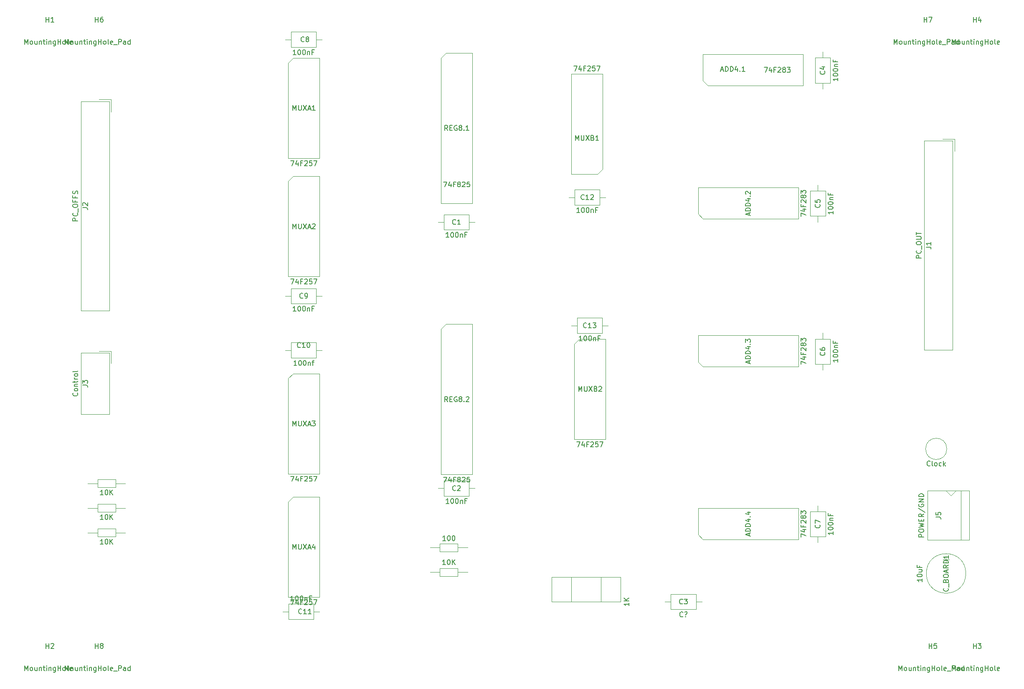
<source format=gbr>
%TF.GenerationSoftware,KiCad,Pcbnew,(5.1.10)-1*%
%TF.CreationDate,2021-10-21T23:45:09+02:00*%
%TF.ProjectId,Program Counter,50726f67-7261-46d2-9043-6f756e746572,rev1.0*%
%TF.SameCoordinates,Original*%
%TF.FileFunction,Other,Fab,Top*%
%FSLAX46Y46*%
G04 Gerber Fmt 4.6, Leading zero omitted, Abs format (unit mm)*
G04 Created by KiCad (PCBNEW (5.1.10)-1) date 2021-10-21 23:45:09*
%MOMM*%
%LPD*%
G01*
G04 APERTURE LIST*
%ADD10C,0.100000*%
%ADD11C,0.150000*%
G04 APERTURE END LIST*
D10*
%TO.C,C13*%
X153200000Y-85450000D02*
X153200000Y-88550000D01*
X153200000Y-88550000D02*
X158300000Y-88550000D01*
X158300000Y-88550000D02*
X158300000Y-85450000D01*
X158300000Y-85450000D02*
X153200000Y-85450000D01*
X152000000Y-87000000D02*
X153200000Y-87000000D01*
X159500000Y-87000000D02*
X158300000Y-87000000D01*
%TO.C,C12*%
X152700000Y-59450000D02*
X152700000Y-62550000D01*
X152700000Y-62550000D02*
X157800000Y-62550000D01*
X157800000Y-62550000D02*
X157800000Y-59450000D01*
X157800000Y-59450000D02*
X152700000Y-59450000D01*
X151500000Y-61000000D02*
X152700000Y-61000000D01*
X159000000Y-61000000D02*
X157800000Y-61000000D01*
%TO.C,C11*%
X99800000Y-146550000D02*
X99800000Y-143450000D01*
X99800000Y-143450000D02*
X94700000Y-143450000D01*
X94700000Y-143450000D02*
X94700000Y-146550000D01*
X94700000Y-146550000D02*
X99800000Y-146550000D01*
X101000000Y-145000000D02*
X99800000Y-145000000D01*
X93500000Y-145000000D02*
X94700000Y-145000000D01*
%TO.C,C10*%
X95200000Y-90450000D02*
X95200000Y-93550000D01*
X95200000Y-93550000D02*
X100300000Y-93550000D01*
X100300000Y-93550000D02*
X100300000Y-90450000D01*
X100300000Y-90450000D02*
X95200000Y-90450000D01*
X94000000Y-92000000D02*
X95200000Y-92000000D01*
X101500000Y-92000000D02*
X100300000Y-92000000D01*
%TO.C,C9*%
X95200000Y-79450000D02*
X95200000Y-82550000D01*
X95200000Y-82550000D02*
X100300000Y-82550000D01*
X100300000Y-82550000D02*
X100300000Y-79450000D01*
X100300000Y-79450000D02*
X95200000Y-79450000D01*
X94000000Y-81000000D02*
X95200000Y-81000000D01*
X101500000Y-81000000D02*
X100300000Y-81000000D01*
%TO.C,C8*%
X95200000Y-27450000D02*
X95200000Y-30550000D01*
X95200000Y-30550000D02*
X100300000Y-30550000D01*
X100300000Y-30550000D02*
X100300000Y-27450000D01*
X100300000Y-27450000D02*
X95200000Y-27450000D01*
X94000000Y-29000000D02*
X95200000Y-29000000D01*
X101500000Y-29000000D02*
X100300000Y-29000000D01*
%TO.C,C7*%
X200450000Y-129800000D02*
X203550000Y-129800000D01*
X203550000Y-129800000D02*
X203550000Y-124700000D01*
X203550000Y-124700000D02*
X200450000Y-124700000D01*
X200450000Y-124700000D02*
X200450000Y-129800000D01*
X202000000Y-131000000D02*
X202000000Y-129800000D01*
X202000000Y-123500000D02*
X202000000Y-124700000D01*
%TO.C,C6*%
X201450000Y-94800000D02*
X204550000Y-94800000D01*
X204550000Y-94800000D02*
X204550000Y-89700000D01*
X204550000Y-89700000D02*
X201450000Y-89700000D01*
X201450000Y-89700000D02*
X201450000Y-94800000D01*
X203000000Y-96000000D02*
X203000000Y-94800000D01*
X203000000Y-88500000D02*
X203000000Y-89700000D01*
%TO.C,C5*%
X200450000Y-64800000D02*
X203550000Y-64800000D01*
X203550000Y-64800000D02*
X203550000Y-59700000D01*
X203550000Y-59700000D02*
X200450000Y-59700000D01*
X200450000Y-59700000D02*
X200450000Y-64800000D01*
X202000000Y-66000000D02*
X202000000Y-64800000D01*
X202000000Y-58500000D02*
X202000000Y-59700000D01*
%TO.C,C4*%
X201450000Y-37800000D02*
X204550000Y-37800000D01*
X204550000Y-37800000D02*
X204550000Y-32700000D01*
X204550000Y-32700000D02*
X201450000Y-32700000D01*
X201450000Y-32700000D02*
X201450000Y-37800000D01*
X203000000Y-39000000D02*
X203000000Y-37800000D01*
X203000000Y-31500000D02*
X203000000Y-32700000D01*
%TO.C,C3*%
X172200000Y-141450000D02*
X172200000Y-144550000D01*
X172200000Y-144550000D02*
X177300000Y-144550000D01*
X177300000Y-144550000D02*
X177300000Y-141450000D01*
X177300000Y-141450000D02*
X172200000Y-141450000D01*
X171000000Y-143000000D02*
X172200000Y-143000000D01*
X178500000Y-143000000D02*
X177300000Y-143000000D01*
%TO.C,C2*%
X126200000Y-118450000D02*
X126200000Y-121550000D01*
X126200000Y-121550000D02*
X131300000Y-121550000D01*
X131300000Y-121550000D02*
X131300000Y-118450000D01*
X131300000Y-118450000D02*
X126200000Y-118450000D01*
X125000000Y-120000000D02*
X126200000Y-120000000D01*
X132500000Y-120000000D02*
X131300000Y-120000000D01*
%TO.C,C1*%
X126200000Y-64490000D02*
X126200000Y-67590000D01*
X126200000Y-67590000D02*
X131300000Y-67590000D01*
X131300000Y-67590000D02*
X131300000Y-64490000D01*
X131300000Y-64490000D02*
X126200000Y-64490000D01*
X125000000Y-66040000D02*
X126200000Y-66040000D01*
X132500000Y-66040000D02*
X131300000Y-66040000D01*
%TO.C,REG8.2*%
X126635000Y-86730000D02*
X131985000Y-86730000D01*
X131985000Y-86730000D02*
X131985000Y-117210000D01*
X131985000Y-117210000D02*
X125635000Y-117210000D01*
X125635000Y-117210000D02*
X125635000Y-87730000D01*
X125635000Y-87730000D02*
X126635000Y-86730000D01*
%TO.C,REG8.1*%
X126635000Y-31730000D02*
X131985000Y-31730000D01*
X131985000Y-31730000D02*
X131985000Y-62210000D01*
X131985000Y-62210000D02*
X125635000Y-62210000D01*
X125635000Y-62210000D02*
X125635000Y-32730000D01*
X125635000Y-32730000D02*
X126635000Y-31730000D01*
%TO.C,R14*%
X56010000Y-123200000D02*
X56010000Y-124800000D01*
X56010000Y-124800000D02*
X59610000Y-124800000D01*
X59610000Y-124800000D02*
X59610000Y-123200000D01*
X59610000Y-123200000D02*
X56010000Y-123200000D01*
X54000000Y-124000000D02*
X56010000Y-124000000D01*
X61620000Y-124000000D02*
X59610000Y-124000000D01*
%TO.C,R10*%
X128990000Y-137800000D02*
X128990000Y-136200000D01*
X128990000Y-136200000D02*
X125390000Y-136200000D01*
X125390000Y-136200000D02*
X125390000Y-137800000D01*
X125390000Y-137800000D02*
X128990000Y-137800000D01*
X131000000Y-137000000D02*
X128990000Y-137000000D01*
X123380000Y-137000000D02*
X125390000Y-137000000D01*
%TO.C,R6*%
X128990000Y-132800000D02*
X128990000Y-131200000D01*
X128990000Y-131200000D02*
X125390000Y-131200000D01*
X125390000Y-131200000D02*
X125390000Y-132800000D01*
X125390000Y-132800000D02*
X128990000Y-132800000D01*
X131000000Y-132000000D02*
X128990000Y-132000000D01*
X123380000Y-132000000D02*
X125390000Y-132000000D01*
%TO.C,R5*%
X56010000Y-118200000D02*
X56010000Y-119800000D01*
X56010000Y-119800000D02*
X59610000Y-119800000D01*
X59610000Y-119800000D02*
X59610000Y-118200000D01*
X59610000Y-118200000D02*
X56010000Y-118200000D01*
X54000000Y-119000000D02*
X56010000Y-119000000D01*
X61620000Y-119000000D02*
X59610000Y-119000000D01*
%TO.C,R4*%
X56010000Y-128200000D02*
X56010000Y-129800000D01*
X56010000Y-129800000D02*
X59610000Y-129800000D01*
X59610000Y-129800000D02*
X59610000Y-128200000D01*
X59610000Y-128200000D02*
X56010000Y-128200000D01*
X54000000Y-129000000D02*
X56010000Y-129000000D01*
X61620000Y-129000000D02*
X59610000Y-129000000D01*
%TO.C,POT1*%
X148000000Y-138000000D02*
X162000000Y-138000000D01*
X162000000Y-138000000D02*
X162000000Y-143000000D01*
X162000000Y-143000000D02*
X148000000Y-143000000D01*
X148000000Y-143000000D02*
X148000000Y-138000000D01*
X152000000Y-143000000D02*
X158000000Y-143000000D01*
X158000000Y-143000000D02*
X158000000Y-138000000D01*
X158000000Y-138000000D02*
X152000000Y-138000000D01*
X152000000Y-138000000D02*
X152000000Y-143000000D01*
%TO.C,MUXB2*%
X153635000Y-89730000D02*
X158985000Y-89730000D01*
X158985000Y-89730000D02*
X158985000Y-110050000D01*
X158985000Y-110050000D02*
X152635000Y-110050000D01*
X152635000Y-110050000D02*
X152635000Y-90730000D01*
X152635000Y-90730000D02*
X153635000Y-89730000D01*
%TO.C,MUXB1*%
X157365000Y-56270000D02*
X152015000Y-56270000D01*
X152015000Y-56270000D02*
X152015000Y-35950000D01*
X152015000Y-35950000D02*
X158365000Y-35950000D01*
X158365000Y-35950000D02*
X158365000Y-55270000D01*
X158365000Y-55270000D02*
X157365000Y-56270000D01*
%TO.C,MUXA4*%
X95635000Y-121730000D02*
X100985000Y-121730000D01*
X100985000Y-121730000D02*
X100985000Y-142050000D01*
X100985000Y-142050000D02*
X94635000Y-142050000D01*
X94635000Y-142050000D02*
X94635000Y-122730000D01*
X94635000Y-122730000D02*
X95635000Y-121730000D01*
%TO.C,MUXA3*%
X95635000Y-96730000D02*
X100985000Y-96730000D01*
X100985000Y-96730000D02*
X100985000Y-117050000D01*
X100985000Y-117050000D02*
X94635000Y-117050000D01*
X94635000Y-117050000D02*
X94635000Y-97730000D01*
X94635000Y-97730000D02*
X95635000Y-96730000D01*
%TO.C,MUXA2*%
X95635000Y-56730000D02*
X100985000Y-56730000D01*
X100985000Y-56730000D02*
X100985000Y-77050000D01*
X100985000Y-77050000D02*
X94635000Y-77050000D01*
X94635000Y-77050000D02*
X94635000Y-57730000D01*
X94635000Y-57730000D02*
X95635000Y-56730000D01*
%TO.C,MUXA1*%
X95635000Y-32730000D02*
X100985000Y-32730000D01*
X100985000Y-32730000D02*
X100985000Y-53050000D01*
X100985000Y-53050000D02*
X94635000Y-53050000D01*
X94635000Y-53050000D02*
X94635000Y-33730000D01*
X94635000Y-33730000D02*
X95635000Y-32730000D01*
%TO.C,J5*%
X232700000Y-120500000D02*
X224200000Y-120500000D01*
X224200000Y-120500000D02*
X224200000Y-130500000D01*
X224200000Y-130500000D02*
X232700000Y-130500000D01*
X232700000Y-130500000D02*
X232700000Y-120500000D01*
X231000000Y-120500000D02*
X231000000Y-130500000D01*
X230000000Y-120500000D02*
X229000000Y-121500000D01*
X228000000Y-120500000D02*
X229000000Y-121500000D01*
%TO.C,J4*%
X228154066Y-112000000D02*
G75*
G03*
X228154066Y-112000000I-2154066J0D01*
G01*
%TO.C,J3*%
X58350000Y-92550000D02*
X52600000Y-92550000D01*
X52600000Y-92550000D02*
X52600000Y-104950000D01*
X52600000Y-104950000D02*
X58350000Y-104950000D01*
X58350000Y-104950000D02*
X58350000Y-92550000D01*
X58750000Y-94650000D02*
X58750000Y-92150000D01*
X58750000Y-92150000D02*
X56250000Y-92150000D01*
%TO.C,J2*%
X58350000Y-41550000D02*
X52600000Y-41550000D01*
X52600000Y-41550000D02*
X52600000Y-83950000D01*
X52600000Y-83950000D02*
X58350000Y-83950000D01*
X58350000Y-83950000D02*
X58350000Y-41550000D01*
X58750000Y-43650000D02*
X58750000Y-41150000D01*
X58750000Y-41150000D02*
X56250000Y-41150000D01*
%TO.C,J1*%
X229350000Y-49550000D02*
X223600000Y-49550000D01*
X223600000Y-49550000D02*
X223600000Y-91950000D01*
X223600000Y-91950000D02*
X229350000Y-91950000D01*
X229350000Y-91950000D02*
X229350000Y-49550000D01*
X229750000Y-51650000D02*
X229750000Y-49150000D01*
X229750000Y-49150000D02*
X227250000Y-49150000D01*
%TO.C,C_BOARD1*%
X232000000Y-137250000D02*
G75*
G03*
X232000000Y-137250000I-4000000J0D01*
G01*
X228000000Y-133800000D02*
X228000000Y-135000000D01*
X228650000Y-134400000D02*
X227350000Y-134400000D01*
%TO.C,ADD4.2*%
X177730000Y-64365000D02*
X177730000Y-59015000D01*
X177730000Y-59015000D02*
X198050000Y-59015000D01*
X198050000Y-59015000D02*
X198050000Y-65365000D01*
X198050000Y-65365000D02*
X178730000Y-65365000D01*
X178730000Y-65365000D02*
X177730000Y-64365000D01*
%TO.C,ADD4.1*%
X178730000Y-37365000D02*
X178730000Y-32015000D01*
X178730000Y-32015000D02*
X199050000Y-32015000D01*
X199050000Y-32015000D02*
X199050000Y-38365000D01*
X199050000Y-38365000D02*
X179730000Y-38365000D01*
X179730000Y-38365000D02*
X178730000Y-37365000D01*
%TO.C,ADD4.3*%
X177730000Y-94365000D02*
X177730000Y-89015000D01*
X177730000Y-89015000D02*
X198050000Y-89015000D01*
X198050000Y-89015000D02*
X198050000Y-95365000D01*
X198050000Y-95365000D02*
X178730000Y-95365000D01*
X178730000Y-95365000D02*
X177730000Y-94365000D01*
%TO.C,ADD4.4*%
X177730000Y-129365000D02*
X177730000Y-124015000D01*
X177730000Y-124015000D02*
X198050000Y-124015000D01*
X198050000Y-124015000D02*
X198050000Y-130365000D01*
X198050000Y-130365000D02*
X178730000Y-130365000D01*
X178730000Y-130365000D02*
X177730000Y-129365000D01*
%TD*%
%TO.C,H8*%
D11*
X49428571Y-156952380D02*
X49428571Y-155952380D01*
X49761904Y-156666666D01*
X50095238Y-155952380D01*
X50095238Y-156952380D01*
X50714285Y-156952380D02*
X50619047Y-156904761D01*
X50571428Y-156857142D01*
X50523809Y-156761904D01*
X50523809Y-156476190D01*
X50571428Y-156380952D01*
X50619047Y-156333333D01*
X50714285Y-156285714D01*
X50857142Y-156285714D01*
X50952380Y-156333333D01*
X50999999Y-156380952D01*
X51047619Y-156476190D01*
X51047619Y-156761904D01*
X50999999Y-156857142D01*
X50952380Y-156904761D01*
X50857142Y-156952380D01*
X50714285Y-156952380D01*
X51904761Y-156285714D02*
X51904761Y-156952380D01*
X51476190Y-156285714D02*
X51476190Y-156809523D01*
X51523809Y-156904761D01*
X51619047Y-156952380D01*
X51761904Y-156952380D01*
X51857142Y-156904761D01*
X51904761Y-156857142D01*
X52380952Y-156285714D02*
X52380952Y-156952380D01*
X52380952Y-156380952D02*
X52428571Y-156333333D01*
X52523809Y-156285714D01*
X52666666Y-156285714D01*
X52761904Y-156333333D01*
X52809523Y-156428571D01*
X52809523Y-156952380D01*
X53142857Y-156285714D02*
X53523809Y-156285714D01*
X53285714Y-155952380D02*
X53285714Y-156809523D01*
X53333333Y-156904761D01*
X53428571Y-156952380D01*
X53523809Y-156952380D01*
X53857142Y-156952380D02*
X53857142Y-156285714D01*
X53857142Y-155952380D02*
X53809523Y-156000000D01*
X53857142Y-156047619D01*
X53904761Y-156000000D01*
X53857142Y-155952380D01*
X53857142Y-156047619D01*
X54333333Y-156285714D02*
X54333333Y-156952380D01*
X54333333Y-156380952D02*
X54380952Y-156333333D01*
X54476190Y-156285714D01*
X54619047Y-156285714D01*
X54714285Y-156333333D01*
X54761904Y-156428571D01*
X54761904Y-156952380D01*
X55666666Y-156285714D02*
X55666666Y-157095238D01*
X55619047Y-157190476D01*
X55571428Y-157238095D01*
X55476190Y-157285714D01*
X55333333Y-157285714D01*
X55238095Y-157238095D01*
X55666666Y-156904761D02*
X55571428Y-156952380D01*
X55380952Y-156952380D01*
X55285714Y-156904761D01*
X55238095Y-156857142D01*
X55190476Y-156761904D01*
X55190476Y-156476190D01*
X55238095Y-156380952D01*
X55285714Y-156333333D01*
X55380952Y-156285714D01*
X55571428Y-156285714D01*
X55666666Y-156333333D01*
X56142857Y-156952380D02*
X56142857Y-155952380D01*
X56142857Y-156428571D02*
X56714285Y-156428571D01*
X56714285Y-156952380D02*
X56714285Y-155952380D01*
X57333333Y-156952380D02*
X57238095Y-156904761D01*
X57190476Y-156857142D01*
X57142857Y-156761904D01*
X57142857Y-156476190D01*
X57190476Y-156380952D01*
X57238095Y-156333333D01*
X57333333Y-156285714D01*
X57476190Y-156285714D01*
X57571428Y-156333333D01*
X57619047Y-156380952D01*
X57666666Y-156476190D01*
X57666666Y-156761904D01*
X57619047Y-156857142D01*
X57571428Y-156904761D01*
X57476190Y-156952380D01*
X57333333Y-156952380D01*
X58238095Y-156952380D02*
X58142857Y-156904761D01*
X58095238Y-156809523D01*
X58095238Y-155952380D01*
X58999999Y-156904761D02*
X58904761Y-156952380D01*
X58714285Y-156952380D01*
X58619047Y-156904761D01*
X58571428Y-156809523D01*
X58571428Y-156428571D01*
X58619047Y-156333333D01*
X58714285Y-156285714D01*
X58904761Y-156285714D01*
X58999999Y-156333333D01*
X59047619Y-156428571D01*
X59047619Y-156523809D01*
X58571428Y-156619047D01*
X59238095Y-157047619D02*
X59999999Y-157047619D01*
X60238095Y-156952380D02*
X60238095Y-155952380D01*
X60619047Y-155952380D01*
X60714285Y-156000000D01*
X60761904Y-156047619D01*
X60809523Y-156142857D01*
X60809523Y-156285714D01*
X60761904Y-156380952D01*
X60714285Y-156428571D01*
X60619047Y-156476190D01*
X60238095Y-156476190D01*
X61666666Y-156952380D02*
X61666666Y-156428571D01*
X61619047Y-156333333D01*
X61523809Y-156285714D01*
X61333333Y-156285714D01*
X61238095Y-156333333D01*
X61666666Y-156904761D02*
X61571428Y-156952380D01*
X61333333Y-156952380D01*
X61238095Y-156904761D01*
X61190476Y-156809523D01*
X61190476Y-156714285D01*
X61238095Y-156619047D01*
X61333333Y-156571428D01*
X61571428Y-156571428D01*
X61666666Y-156523809D01*
X62571428Y-156952380D02*
X62571428Y-155952380D01*
X62571428Y-156904761D02*
X62476190Y-156952380D01*
X62285714Y-156952380D01*
X62190476Y-156904761D01*
X62142857Y-156857142D01*
X62095238Y-156761904D01*
X62095238Y-156476190D01*
X62142857Y-156380952D01*
X62190476Y-156333333D01*
X62285714Y-156285714D01*
X62476190Y-156285714D01*
X62571428Y-156333333D01*
X55538095Y-152452380D02*
X55538095Y-151452380D01*
X55538095Y-151928571D02*
X56109523Y-151928571D01*
X56109523Y-152452380D02*
X56109523Y-151452380D01*
X56728571Y-151880952D02*
X56633333Y-151833333D01*
X56585714Y-151785714D01*
X56538095Y-151690476D01*
X56538095Y-151642857D01*
X56585714Y-151547619D01*
X56633333Y-151500000D01*
X56728571Y-151452380D01*
X56919047Y-151452380D01*
X57014285Y-151500000D01*
X57061904Y-151547619D01*
X57109523Y-151642857D01*
X57109523Y-151690476D01*
X57061904Y-151785714D01*
X57014285Y-151833333D01*
X56919047Y-151880952D01*
X56728571Y-151880952D01*
X56633333Y-151928571D01*
X56585714Y-151976190D01*
X56538095Y-152071428D01*
X56538095Y-152261904D01*
X56585714Y-152357142D01*
X56633333Y-152404761D01*
X56728571Y-152452380D01*
X56919047Y-152452380D01*
X57014285Y-152404761D01*
X57061904Y-152357142D01*
X57109523Y-152261904D01*
X57109523Y-152071428D01*
X57061904Y-151976190D01*
X57014285Y-151928571D01*
X56919047Y-151880952D01*
%TO.C,H7*%
X217428571Y-29952380D02*
X217428571Y-28952380D01*
X217761904Y-29666666D01*
X218095238Y-28952380D01*
X218095238Y-29952380D01*
X218714285Y-29952380D02*
X218619047Y-29904761D01*
X218571428Y-29857142D01*
X218523809Y-29761904D01*
X218523809Y-29476190D01*
X218571428Y-29380952D01*
X218619047Y-29333333D01*
X218714285Y-29285714D01*
X218857142Y-29285714D01*
X218952380Y-29333333D01*
X219000000Y-29380952D01*
X219047619Y-29476190D01*
X219047619Y-29761904D01*
X219000000Y-29857142D01*
X218952380Y-29904761D01*
X218857142Y-29952380D01*
X218714285Y-29952380D01*
X219904761Y-29285714D02*
X219904761Y-29952380D01*
X219476190Y-29285714D02*
X219476190Y-29809523D01*
X219523809Y-29904761D01*
X219619047Y-29952380D01*
X219761904Y-29952380D01*
X219857142Y-29904761D01*
X219904761Y-29857142D01*
X220380952Y-29285714D02*
X220380952Y-29952380D01*
X220380952Y-29380952D02*
X220428571Y-29333333D01*
X220523809Y-29285714D01*
X220666666Y-29285714D01*
X220761904Y-29333333D01*
X220809523Y-29428571D01*
X220809523Y-29952380D01*
X221142857Y-29285714D02*
X221523809Y-29285714D01*
X221285714Y-28952380D02*
X221285714Y-29809523D01*
X221333333Y-29904761D01*
X221428571Y-29952380D01*
X221523809Y-29952380D01*
X221857142Y-29952380D02*
X221857142Y-29285714D01*
X221857142Y-28952380D02*
X221809523Y-29000000D01*
X221857142Y-29047619D01*
X221904761Y-29000000D01*
X221857142Y-28952380D01*
X221857142Y-29047619D01*
X222333333Y-29285714D02*
X222333333Y-29952380D01*
X222333333Y-29380952D02*
X222380952Y-29333333D01*
X222476190Y-29285714D01*
X222619047Y-29285714D01*
X222714285Y-29333333D01*
X222761904Y-29428571D01*
X222761904Y-29952380D01*
X223666666Y-29285714D02*
X223666666Y-30095238D01*
X223619047Y-30190476D01*
X223571428Y-30238095D01*
X223476190Y-30285714D01*
X223333333Y-30285714D01*
X223238095Y-30238095D01*
X223666666Y-29904761D02*
X223571428Y-29952380D01*
X223380952Y-29952380D01*
X223285714Y-29904761D01*
X223238095Y-29857142D01*
X223190476Y-29761904D01*
X223190476Y-29476190D01*
X223238095Y-29380952D01*
X223285714Y-29333333D01*
X223380952Y-29285714D01*
X223571428Y-29285714D01*
X223666666Y-29333333D01*
X224142857Y-29952380D02*
X224142857Y-28952380D01*
X224142857Y-29428571D02*
X224714285Y-29428571D01*
X224714285Y-29952380D02*
X224714285Y-28952380D01*
X225333333Y-29952380D02*
X225238095Y-29904761D01*
X225190476Y-29857142D01*
X225142857Y-29761904D01*
X225142857Y-29476190D01*
X225190476Y-29380952D01*
X225238095Y-29333333D01*
X225333333Y-29285714D01*
X225476190Y-29285714D01*
X225571428Y-29333333D01*
X225619047Y-29380952D01*
X225666666Y-29476190D01*
X225666666Y-29761904D01*
X225619047Y-29857142D01*
X225571428Y-29904761D01*
X225476190Y-29952380D01*
X225333333Y-29952380D01*
X226238095Y-29952380D02*
X226142857Y-29904761D01*
X226095238Y-29809523D01*
X226095238Y-28952380D01*
X227000000Y-29904761D02*
X226904761Y-29952380D01*
X226714285Y-29952380D01*
X226619047Y-29904761D01*
X226571428Y-29809523D01*
X226571428Y-29428571D01*
X226619047Y-29333333D01*
X226714285Y-29285714D01*
X226904761Y-29285714D01*
X227000000Y-29333333D01*
X227047619Y-29428571D01*
X227047619Y-29523809D01*
X226571428Y-29619047D01*
X227238095Y-30047619D02*
X228000000Y-30047619D01*
X228238095Y-29952380D02*
X228238095Y-28952380D01*
X228619047Y-28952380D01*
X228714285Y-29000000D01*
X228761904Y-29047619D01*
X228809523Y-29142857D01*
X228809523Y-29285714D01*
X228761904Y-29380952D01*
X228714285Y-29428571D01*
X228619047Y-29476190D01*
X228238095Y-29476190D01*
X229666666Y-29952380D02*
X229666666Y-29428571D01*
X229619047Y-29333333D01*
X229523809Y-29285714D01*
X229333333Y-29285714D01*
X229238095Y-29333333D01*
X229666666Y-29904761D02*
X229571428Y-29952380D01*
X229333333Y-29952380D01*
X229238095Y-29904761D01*
X229190476Y-29809523D01*
X229190476Y-29714285D01*
X229238095Y-29619047D01*
X229333333Y-29571428D01*
X229571428Y-29571428D01*
X229666666Y-29523809D01*
X230571428Y-29952380D02*
X230571428Y-28952380D01*
X230571428Y-29904761D02*
X230476190Y-29952380D01*
X230285714Y-29952380D01*
X230190476Y-29904761D01*
X230142857Y-29857142D01*
X230095238Y-29761904D01*
X230095238Y-29476190D01*
X230142857Y-29380952D01*
X230190476Y-29333333D01*
X230285714Y-29285714D01*
X230476190Y-29285714D01*
X230571428Y-29333333D01*
X223538095Y-25452380D02*
X223538095Y-24452380D01*
X223538095Y-24928571D02*
X224109523Y-24928571D01*
X224109523Y-25452380D02*
X224109523Y-24452380D01*
X224490476Y-24452380D02*
X225157142Y-24452380D01*
X224728571Y-25452380D01*
%TO.C,H6*%
X49428571Y-29952380D02*
X49428571Y-28952380D01*
X49761904Y-29666666D01*
X50095238Y-28952380D01*
X50095238Y-29952380D01*
X50714285Y-29952380D02*
X50619047Y-29904761D01*
X50571428Y-29857142D01*
X50523809Y-29761904D01*
X50523809Y-29476190D01*
X50571428Y-29380952D01*
X50619047Y-29333333D01*
X50714285Y-29285714D01*
X50857142Y-29285714D01*
X50952380Y-29333333D01*
X50999999Y-29380952D01*
X51047619Y-29476190D01*
X51047619Y-29761904D01*
X50999999Y-29857142D01*
X50952380Y-29904761D01*
X50857142Y-29952380D01*
X50714285Y-29952380D01*
X51904761Y-29285714D02*
X51904761Y-29952380D01*
X51476190Y-29285714D02*
X51476190Y-29809523D01*
X51523809Y-29904761D01*
X51619047Y-29952380D01*
X51761904Y-29952380D01*
X51857142Y-29904761D01*
X51904761Y-29857142D01*
X52380952Y-29285714D02*
X52380952Y-29952380D01*
X52380952Y-29380952D02*
X52428571Y-29333333D01*
X52523809Y-29285714D01*
X52666666Y-29285714D01*
X52761904Y-29333333D01*
X52809523Y-29428571D01*
X52809523Y-29952380D01*
X53142857Y-29285714D02*
X53523809Y-29285714D01*
X53285714Y-28952380D02*
X53285714Y-29809523D01*
X53333333Y-29904761D01*
X53428571Y-29952380D01*
X53523809Y-29952380D01*
X53857142Y-29952380D02*
X53857142Y-29285714D01*
X53857142Y-28952380D02*
X53809523Y-29000000D01*
X53857142Y-29047619D01*
X53904761Y-29000000D01*
X53857142Y-28952380D01*
X53857142Y-29047619D01*
X54333333Y-29285714D02*
X54333333Y-29952380D01*
X54333333Y-29380952D02*
X54380952Y-29333333D01*
X54476190Y-29285714D01*
X54619047Y-29285714D01*
X54714285Y-29333333D01*
X54761904Y-29428571D01*
X54761904Y-29952380D01*
X55666666Y-29285714D02*
X55666666Y-30095238D01*
X55619047Y-30190476D01*
X55571428Y-30238095D01*
X55476190Y-30285714D01*
X55333333Y-30285714D01*
X55238095Y-30238095D01*
X55666666Y-29904761D02*
X55571428Y-29952380D01*
X55380952Y-29952380D01*
X55285714Y-29904761D01*
X55238095Y-29857142D01*
X55190476Y-29761904D01*
X55190476Y-29476190D01*
X55238095Y-29380952D01*
X55285714Y-29333333D01*
X55380952Y-29285714D01*
X55571428Y-29285714D01*
X55666666Y-29333333D01*
X56142857Y-29952380D02*
X56142857Y-28952380D01*
X56142857Y-29428571D02*
X56714285Y-29428571D01*
X56714285Y-29952380D02*
X56714285Y-28952380D01*
X57333333Y-29952380D02*
X57238095Y-29904761D01*
X57190476Y-29857142D01*
X57142857Y-29761904D01*
X57142857Y-29476190D01*
X57190476Y-29380952D01*
X57238095Y-29333333D01*
X57333333Y-29285714D01*
X57476190Y-29285714D01*
X57571428Y-29333333D01*
X57619047Y-29380952D01*
X57666666Y-29476190D01*
X57666666Y-29761904D01*
X57619047Y-29857142D01*
X57571428Y-29904761D01*
X57476190Y-29952380D01*
X57333333Y-29952380D01*
X58238095Y-29952380D02*
X58142857Y-29904761D01*
X58095238Y-29809523D01*
X58095238Y-28952380D01*
X58999999Y-29904761D02*
X58904761Y-29952380D01*
X58714285Y-29952380D01*
X58619047Y-29904761D01*
X58571428Y-29809523D01*
X58571428Y-29428571D01*
X58619047Y-29333333D01*
X58714285Y-29285714D01*
X58904761Y-29285714D01*
X58999999Y-29333333D01*
X59047619Y-29428571D01*
X59047619Y-29523809D01*
X58571428Y-29619047D01*
X59238095Y-30047619D02*
X59999999Y-30047619D01*
X60238095Y-29952380D02*
X60238095Y-28952380D01*
X60619047Y-28952380D01*
X60714285Y-29000000D01*
X60761904Y-29047619D01*
X60809523Y-29142857D01*
X60809523Y-29285714D01*
X60761904Y-29380952D01*
X60714285Y-29428571D01*
X60619047Y-29476190D01*
X60238095Y-29476190D01*
X61666666Y-29952380D02*
X61666666Y-29428571D01*
X61619047Y-29333333D01*
X61523809Y-29285714D01*
X61333333Y-29285714D01*
X61238095Y-29333333D01*
X61666666Y-29904761D02*
X61571428Y-29952380D01*
X61333333Y-29952380D01*
X61238095Y-29904761D01*
X61190476Y-29809523D01*
X61190476Y-29714285D01*
X61238095Y-29619047D01*
X61333333Y-29571428D01*
X61571428Y-29571428D01*
X61666666Y-29523809D01*
X62571428Y-29952380D02*
X62571428Y-28952380D01*
X62571428Y-29904761D02*
X62476190Y-29952380D01*
X62285714Y-29952380D01*
X62190476Y-29904761D01*
X62142857Y-29857142D01*
X62095238Y-29761904D01*
X62095238Y-29476190D01*
X62142857Y-29380952D01*
X62190476Y-29333333D01*
X62285714Y-29285714D01*
X62476190Y-29285714D01*
X62571428Y-29333333D01*
X55538095Y-25452380D02*
X55538095Y-24452380D01*
X55538095Y-24928571D02*
X56109523Y-24928571D01*
X56109523Y-25452380D02*
X56109523Y-24452380D01*
X57014285Y-24452380D02*
X56823809Y-24452380D01*
X56728571Y-24500000D01*
X56680952Y-24547619D01*
X56585714Y-24690476D01*
X56538095Y-24880952D01*
X56538095Y-25261904D01*
X56585714Y-25357142D01*
X56633333Y-25404761D01*
X56728571Y-25452380D01*
X56919047Y-25452380D01*
X57014285Y-25404761D01*
X57061904Y-25357142D01*
X57109523Y-25261904D01*
X57109523Y-25023809D01*
X57061904Y-24928571D01*
X57014285Y-24880952D01*
X56919047Y-24833333D01*
X56728571Y-24833333D01*
X56633333Y-24880952D01*
X56585714Y-24928571D01*
X56538095Y-25023809D01*
%TO.C,H5*%
X218428571Y-156952380D02*
X218428571Y-155952380D01*
X218761904Y-156666666D01*
X219095238Y-155952380D01*
X219095238Y-156952380D01*
X219714285Y-156952380D02*
X219619047Y-156904761D01*
X219571428Y-156857142D01*
X219523809Y-156761904D01*
X219523809Y-156476190D01*
X219571428Y-156380952D01*
X219619047Y-156333333D01*
X219714285Y-156285714D01*
X219857142Y-156285714D01*
X219952380Y-156333333D01*
X220000000Y-156380952D01*
X220047619Y-156476190D01*
X220047619Y-156761904D01*
X220000000Y-156857142D01*
X219952380Y-156904761D01*
X219857142Y-156952380D01*
X219714285Y-156952380D01*
X220904761Y-156285714D02*
X220904761Y-156952380D01*
X220476190Y-156285714D02*
X220476190Y-156809523D01*
X220523809Y-156904761D01*
X220619047Y-156952380D01*
X220761904Y-156952380D01*
X220857142Y-156904761D01*
X220904761Y-156857142D01*
X221380952Y-156285714D02*
X221380952Y-156952380D01*
X221380952Y-156380952D02*
X221428571Y-156333333D01*
X221523809Y-156285714D01*
X221666666Y-156285714D01*
X221761904Y-156333333D01*
X221809523Y-156428571D01*
X221809523Y-156952380D01*
X222142857Y-156285714D02*
X222523809Y-156285714D01*
X222285714Y-155952380D02*
X222285714Y-156809523D01*
X222333333Y-156904761D01*
X222428571Y-156952380D01*
X222523809Y-156952380D01*
X222857142Y-156952380D02*
X222857142Y-156285714D01*
X222857142Y-155952380D02*
X222809523Y-156000000D01*
X222857142Y-156047619D01*
X222904761Y-156000000D01*
X222857142Y-155952380D01*
X222857142Y-156047619D01*
X223333333Y-156285714D02*
X223333333Y-156952380D01*
X223333333Y-156380952D02*
X223380952Y-156333333D01*
X223476190Y-156285714D01*
X223619047Y-156285714D01*
X223714285Y-156333333D01*
X223761904Y-156428571D01*
X223761904Y-156952380D01*
X224666666Y-156285714D02*
X224666666Y-157095238D01*
X224619047Y-157190476D01*
X224571428Y-157238095D01*
X224476190Y-157285714D01*
X224333333Y-157285714D01*
X224238095Y-157238095D01*
X224666666Y-156904761D02*
X224571428Y-156952380D01*
X224380952Y-156952380D01*
X224285714Y-156904761D01*
X224238095Y-156857142D01*
X224190476Y-156761904D01*
X224190476Y-156476190D01*
X224238095Y-156380952D01*
X224285714Y-156333333D01*
X224380952Y-156285714D01*
X224571428Y-156285714D01*
X224666666Y-156333333D01*
X225142857Y-156952380D02*
X225142857Y-155952380D01*
X225142857Y-156428571D02*
X225714285Y-156428571D01*
X225714285Y-156952380D02*
X225714285Y-155952380D01*
X226333333Y-156952380D02*
X226238095Y-156904761D01*
X226190476Y-156857142D01*
X226142857Y-156761904D01*
X226142857Y-156476190D01*
X226190476Y-156380952D01*
X226238095Y-156333333D01*
X226333333Y-156285714D01*
X226476190Y-156285714D01*
X226571428Y-156333333D01*
X226619047Y-156380952D01*
X226666666Y-156476190D01*
X226666666Y-156761904D01*
X226619047Y-156857142D01*
X226571428Y-156904761D01*
X226476190Y-156952380D01*
X226333333Y-156952380D01*
X227238095Y-156952380D02*
X227142857Y-156904761D01*
X227095238Y-156809523D01*
X227095238Y-155952380D01*
X228000000Y-156904761D02*
X227904761Y-156952380D01*
X227714285Y-156952380D01*
X227619047Y-156904761D01*
X227571428Y-156809523D01*
X227571428Y-156428571D01*
X227619047Y-156333333D01*
X227714285Y-156285714D01*
X227904761Y-156285714D01*
X228000000Y-156333333D01*
X228047619Y-156428571D01*
X228047619Y-156523809D01*
X227571428Y-156619047D01*
X228238095Y-157047619D02*
X229000000Y-157047619D01*
X229238095Y-156952380D02*
X229238095Y-155952380D01*
X229619047Y-155952380D01*
X229714285Y-156000000D01*
X229761904Y-156047619D01*
X229809523Y-156142857D01*
X229809523Y-156285714D01*
X229761904Y-156380952D01*
X229714285Y-156428571D01*
X229619047Y-156476190D01*
X229238095Y-156476190D01*
X230666666Y-156952380D02*
X230666666Y-156428571D01*
X230619047Y-156333333D01*
X230523809Y-156285714D01*
X230333333Y-156285714D01*
X230238095Y-156333333D01*
X230666666Y-156904761D02*
X230571428Y-156952380D01*
X230333333Y-156952380D01*
X230238095Y-156904761D01*
X230190476Y-156809523D01*
X230190476Y-156714285D01*
X230238095Y-156619047D01*
X230333333Y-156571428D01*
X230571428Y-156571428D01*
X230666666Y-156523809D01*
X231571428Y-156952380D02*
X231571428Y-155952380D01*
X231571428Y-156904761D02*
X231476190Y-156952380D01*
X231285714Y-156952380D01*
X231190476Y-156904761D01*
X231142857Y-156857142D01*
X231095238Y-156761904D01*
X231095238Y-156476190D01*
X231142857Y-156380952D01*
X231190476Y-156333333D01*
X231285714Y-156285714D01*
X231476190Y-156285714D01*
X231571428Y-156333333D01*
X224538095Y-152452380D02*
X224538095Y-151452380D01*
X224538095Y-151928571D02*
X225109523Y-151928571D01*
X225109523Y-152452380D02*
X225109523Y-151452380D01*
X226061904Y-151452380D02*
X225585714Y-151452380D01*
X225538095Y-151928571D01*
X225585714Y-151880952D01*
X225680952Y-151833333D01*
X225919047Y-151833333D01*
X226014285Y-151880952D01*
X226061904Y-151928571D01*
X226109523Y-152023809D01*
X226109523Y-152261904D01*
X226061904Y-152357142D01*
X226014285Y-152404761D01*
X225919047Y-152452380D01*
X225680952Y-152452380D01*
X225585714Y-152404761D01*
X225538095Y-152357142D01*
%TO.C,H4*%
X229214285Y-29952380D02*
X229214285Y-28952380D01*
X229547619Y-29666666D01*
X229880952Y-28952380D01*
X229880952Y-29952380D01*
X230500000Y-29952380D02*
X230404761Y-29904761D01*
X230357142Y-29857142D01*
X230309523Y-29761904D01*
X230309523Y-29476190D01*
X230357142Y-29380952D01*
X230404761Y-29333333D01*
X230500000Y-29285714D01*
X230642857Y-29285714D01*
X230738095Y-29333333D01*
X230785714Y-29380952D01*
X230833333Y-29476190D01*
X230833333Y-29761904D01*
X230785714Y-29857142D01*
X230738095Y-29904761D01*
X230642857Y-29952380D01*
X230500000Y-29952380D01*
X231690476Y-29285714D02*
X231690476Y-29952380D01*
X231261904Y-29285714D02*
X231261904Y-29809523D01*
X231309523Y-29904761D01*
X231404761Y-29952380D01*
X231547619Y-29952380D01*
X231642857Y-29904761D01*
X231690476Y-29857142D01*
X232166666Y-29285714D02*
X232166666Y-29952380D01*
X232166666Y-29380952D02*
X232214285Y-29333333D01*
X232309523Y-29285714D01*
X232452380Y-29285714D01*
X232547619Y-29333333D01*
X232595238Y-29428571D01*
X232595238Y-29952380D01*
X232928571Y-29285714D02*
X233309523Y-29285714D01*
X233071428Y-28952380D02*
X233071428Y-29809523D01*
X233119047Y-29904761D01*
X233214285Y-29952380D01*
X233309523Y-29952380D01*
X233642857Y-29952380D02*
X233642857Y-29285714D01*
X233642857Y-28952380D02*
X233595238Y-29000000D01*
X233642857Y-29047619D01*
X233690476Y-29000000D01*
X233642857Y-28952380D01*
X233642857Y-29047619D01*
X234119047Y-29285714D02*
X234119047Y-29952380D01*
X234119047Y-29380952D02*
X234166666Y-29333333D01*
X234261904Y-29285714D01*
X234404761Y-29285714D01*
X234500000Y-29333333D01*
X234547619Y-29428571D01*
X234547619Y-29952380D01*
X235452380Y-29285714D02*
X235452380Y-30095238D01*
X235404761Y-30190476D01*
X235357142Y-30238095D01*
X235261904Y-30285714D01*
X235119047Y-30285714D01*
X235023809Y-30238095D01*
X235452380Y-29904761D02*
X235357142Y-29952380D01*
X235166666Y-29952380D01*
X235071428Y-29904761D01*
X235023809Y-29857142D01*
X234976190Y-29761904D01*
X234976190Y-29476190D01*
X235023809Y-29380952D01*
X235071428Y-29333333D01*
X235166666Y-29285714D01*
X235357142Y-29285714D01*
X235452380Y-29333333D01*
X235928571Y-29952380D02*
X235928571Y-28952380D01*
X235928571Y-29428571D02*
X236500000Y-29428571D01*
X236500000Y-29952380D02*
X236500000Y-28952380D01*
X237119047Y-29952380D02*
X237023809Y-29904761D01*
X236976190Y-29857142D01*
X236928571Y-29761904D01*
X236928571Y-29476190D01*
X236976190Y-29380952D01*
X237023809Y-29333333D01*
X237119047Y-29285714D01*
X237261904Y-29285714D01*
X237357142Y-29333333D01*
X237404761Y-29380952D01*
X237452380Y-29476190D01*
X237452380Y-29761904D01*
X237404761Y-29857142D01*
X237357142Y-29904761D01*
X237261904Y-29952380D01*
X237119047Y-29952380D01*
X238023809Y-29952380D02*
X237928571Y-29904761D01*
X237880952Y-29809523D01*
X237880952Y-28952380D01*
X238785714Y-29904761D02*
X238690476Y-29952380D01*
X238500000Y-29952380D01*
X238404761Y-29904761D01*
X238357142Y-29809523D01*
X238357142Y-29428571D01*
X238404761Y-29333333D01*
X238500000Y-29285714D01*
X238690476Y-29285714D01*
X238785714Y-29333333D01*
X238833333Y-29428571D01*
X238833333Y-29523809D01*
X238357142Y-29619047D01*
X233538095Y-25452380D02*
X233538095Y-24452380D01*
X233538095Y-24928571D02*
X234109523Y-24928571D01*
X234109523Y-25452380D02*
X234109523Y-24452380D01*
X235014285Y-24785714D02*
X235014285Y-25452380D01*
X234776190Y-24404761D02*
X234538095Y-25119047D01*
X235157142Y-25119047D01*
%TO.C,H3*%
X229214285Y-156952380D02*
X229214285Y-155952380D01*
X229547619Y-156666666D01*
X229880952Y-155952380D01*
X229880952Y-156952380D01*
X230500000Y-156952380D02*
X230404761Y-156904761D01*
X230357142Y-156857142D01*
X230309523Y-156761904D01*
X230309523Y-156476190D01*
X230357142Y-156380952D01*
X230404761Y-156333333D01*
X230500000Y-156285714D01*
X230642857Y-156285714D01*
X230738095Y-156333333D01*
X230785714Y-156380952D01*
X230833333Y-156476190D01*
X230833333Y-156761904D01*
X230785714Y-156857142D01*
X230738095Y-156904761D01*
X230642857Y-156952380D01*
X230500000Y-156952380D01*
X231690476Y-156285714D02*
X231690476Y-156952380D01*
X231261904Y-156285714D02*
X231261904Y-156809523D01*
X231309523Y-156904761D01*
X231404761Y-156952380D01*
X231547619Y-156952380D01*
X231642857Y-156904761D01*
X231690476Y-156857142D01*
X232166666Y-156285714D02*
X232166666Y-156952380D01*
X232166666Y-156380952D02*
X232214285Y-156333333D01*
X232309523Y-156285714D01*
X232452380Y-156285714D01*
X232547619Y-156333333D01*
X232595238Y-156428571D01*
X232595238Y-156952380D01*
X232928571Y-156285714D02*
X233309523Y-156285714D01*
X233071428Y-155952380D02*
X233071428Y-156809523D01*
X233119047Y-156904761D01*
X233214285Y-156952380D01*
X233309523Y-156952380D01*
X233642857Y-156952380D02*
X233642857Y-156285714D01*
X233642857Y-155952380D02*
X233595238Y-156000000D01*
X233642857Y-156047619D01*
X233690476Y-156000000D01*
X233642857Y-155952380D01*
X233642857Y-156047619D01*
X234119047Y-156285714D02*
X234119047Y-156952380D01*
X234119047Y-156380952D02*
X234166666Y-156333333D01*
X234261904Y-156285714D01*
X234404761Y-156285714D01*
X234500000Y-156333333D01*
X234547619Y-156428571D01*
X234547619Y-156952380D01*
X235452380Y-156285714D02*
X235452380Y-157095238D01*
X235404761Y-157190476D01*
X235357142Y-157238095D01*
X235261904Y-157285714D01*
X235119047Y-157285714D01*
X235023809Y-157238095D01*
X235452380Y-156904761D02*
X235357142Y-156952380D01*
X235166666Y-156952380D01*
X235071428Y-156904761D01*
X235023809Y-156857142D01*
X234976190Y-156761904D01*
X234976190Y-156476190D01*
X235023809Y-156380952D01*
X235071428Y-156333333D01*
X235166666Y-156285714D01*
X235357142Y-156285714D01*
X235452380Y-156333333D01*
X235928571Y-156952380D02*
X235928571Y-155952380D01*
X235928571Y-156428571D02*
X236500000Y-156428571D01*
X236500000Y-156952380D02*
X236500000Y-155952380D01*
X237119047Y-156952380D02*
X237023809Y-156904761D01*
X236976190Y-156857142D01*
X236928571Y-156761904D01*
X236928571Y-156476190D01*
X236976190Y-156380952D01*
X237023809Y-156333333D01*
X237119047Y-156285714D01*
X237261904Y-156285714D01*
X237357142Y-156333333D01*
X237404761Y-156380952D01*
X237452380Y-156476190D01*
X237452380Y-156761904D01*
X237404761Y-156857142D01*
X237357142Y-156904761D01*
X237261904Y-156952380D01*
X237119047Y-156952380D01*
X238023809Y-156952380D02*
X237928571Y-156904761D01*
X237880952Y-156809523D01*
X237880952Y-155952380D01*
X238785714Y-156904761D02*
X238690476Y-156952380D01*
X238500000Y-156952380D01*
X238404761Y-156904761D01*
X238357142Y-156809523D01*
X238357142Y-156428571D01*
X238404761Y-156333333D01*
X238500000Y-156285714D01*
X238690476Y-156285714D01*
X238785714Y-156333333D01*
X238833333Y-156428571D01*
X238833333Y-156523809D01*
X238357142Y-156619047D01*
X233538095Y-152452380D02*
X233538095Y-151452380D01*
X233538095Y-151928571D02*
X234109523Y-151928571D01*
X234109523Y-152452380D02*
X234109523Y-151452380D01*
X234490476Y-151452380D02*
X235109523Y-151452380D01*
X234776190Y-151833333D01*
X234919047Y-151833333D01*
X235014285Y-151880952D01*
X235061904Y-151928571D01*
X235109523Y-152023809D01*
X235109523Y-152261904D01*
X235061904Y-152357142D01*
X235014285Y-152404761D01*
X234919047Y-152452380D01*
X234633333Y-152452380D01*
X234538095Y-152404761D01*
X234490476Y-152357142D01*
%TO.C,H2*%
X41214285Y-156952380D02*
X41214285Y-155952380D01*
X41547619Y-156666666D01*
X41880952Y-155952380D01*
X41880952Y-156952380D01*
X42500000Y-156952380D02*
X42404761Y-156904761D01*
X42357142Y-156857142D01*
X42309523Y-156761904D01*
X42309523Y-156476190D01*
X42357142Y-156380952D01*
X42404761Y-156333333D01*
X42500000Y-156285714D01*
X42642857Y-156285714D01*
X42738095Y-156333333D01*
X42785714Y-156380952D01*
X42833333Y-156476190D01*
X42833333Y-156761904D01*
X42785714Y-156857142D01*
X42738095Y-156904761D01*
X42642857Y-156952380D01*
X42500000Y-156952380D01*
X43690476Y-156285714D02*
X43690476Y-156952380D01*
X43261904Y-156285714D02*
X43261904Y-156809523D01*
X43309523Y-156904761D01*
X43404761Y-156952380D01*
X43547619Y-156952380D01*
X43642857Y-156904761D01*
X43690476Y-156857142D01*
X44166666Y-156285714D02*
X44166666Y-156952380D01*
X44166666Y-156380952D02*
X44214285Y-156333333D01*
X44309523Y-156285714D01*
X44452380Y-156285714D01*
X44547619Y-156333333D01*
X44595238Y-156428571D01*
X44595238Y-156952380D01*
X44928571Y-156285714D02*
X45309523Y-156285714D01*
X45071428Y-155952380D02*
X45071428Y-156809523D01*
X45119047Y-156904761D01*
X45214285Y-156952380D01*
X45309523Y-156952380D01*
X45642857Y-156952380D02*
X45642857Y-156285714D01*
X45642857Y-155952380D02*
X45595238Y-156000000D01*
X45642857Y-156047619D01*
X45690476Y-156000000D01*
X45642857Y-155952380D01*
X45642857Y-156047619D01*
X46119047Y-156285714D02*
X46119047Y-156952380D01*
X46119047Y-156380952D02*
X46166666Y-156333333D01*
X46261904Y-156285714D01*
X46404761Y-156285714D01*
X46500000Y-156333333D01*
X46547619Y-156428571D01*
X46547619Y-156952380D01*
X47452380Y-156285714D02*
X47452380Y-157095238D01*
X47404761Y-157190476D01*
X47357142Y-157238095D01*
X47261904Y-157285714D01*
X47119047Y-157285714D01*
X47023809Y-157238095D01*
X47452380Y-156904761D02*
X47357142Y-156952380D01*
X47166666Y-156952380D01*
X47071428Y-156904761D01*
X47023809Y-156857142D01*
X46976190Y-156761904D01*
X46976190Y-156476190D01*
X47023809Y-156380952D01*
X47071428Y-156333333D01*
X47166666Y-156285714D01*
X47357142Y-156285714D01*
X47452380Y-156333333D01*
X47928571Y-156952380D02*
X47928571Y-155952380D01*
X47928571Y-156428571D02*
X48500000Y-156428571D01*
X48500000Y-156952380D02*
X48500000Y-155952380D01*
X49119047Y-156952380D02*
X49023809Y-156904761D01*
X48976190Y-156857142D01*
X48928571Y-156761904D01*
X48928571Y-156476190D01*
X48976190Y-156380952D01*
X49023809Y-156333333D01*
X49119047Y-156285714D01*
X49261904Y-156285714D01*
X49357142Y-156333333D01*
X49404761Y-156380952D01*
X49452380Y-156476190D01*
X49452380Y-156761904D01*
X49404761Y-156857142D01*
X49357142Y-156904761D01*
X49261904Y-156952380D01*
X49119047Y-156952380D01*
X50023809Y-156952380D02*
X49928571Y-156904761D01*
X49880952Y-156809523D01*
X49880952Y-155952380D01*
X50785714Y-156904761D02*
X50690476Y-156952380D01*
X50500000Y-156952380D01*
X50404761Y-156904761D01*
X50357142Y-156809523D01*
X50357142Y-156428571D01*
X50404761Y-156333333D01*
X50500000Y-156285714D01*
X50690476Y-156285714D01*
X50785714Y-156333333D01*
X50833333Y-156428571D01*
X50833333Y-156523809D01*
X50357142Y-156619047D01*
X45538095Y-152452380D02*
X45538095Y-151452380D01*
X45538095Y-151928571D02*
X46109523Y-151928571D01*
X46109523Y-152452380D02*
X46109523Y-151452380D01*
X46538095Y-151547619D02*
X46585714Y-151500000D01*
X46680952Y-151452380D01*
X46919047Y-151452380D01*
X47014285Y-151500000D01*
X47061904Y-151547619D01*
X47109523Y-151642857D01*
X47109523Y-151738095D01*
X47061904Y-151880952D01*
X46490476Y-152452380D01*
X47109523Y-152452380D01*
%TO.C,H1*%
X41214285Y-29952380D02*
X41214285Y-28952380D01*
X41547619Y-29666666D01*
X41880952Y-28952380D01*
X41880952Y-29952380D01*
X42500000Y-29952380D02*
X42404761Y-29904761D01*
X42357142Y-29857142D01*
X42309523Y-29761904D01*
X42309523Y-29476190D01*
X42357142Y-29380952D01*
X42404761Y-29333333D01*
X42500000Y-29285714D01*
X42642857Y-29285714D01*
X42738095Y-29333333D01*
X42785714Y-29380952D01*
X42833333Y-29476190D01*
X42833333Y-29761904D01*
X42785714Y-29857142D01*
X42738095Y-29904761D01*
X42642857Y-29952380D01*
X42500000Y-29952380D01*
X43690476Y-29285714D02*
X43690476Y-29952380D01*
X43261904Y-29285714D02*
X43261904Y-29809523D01*
X43309523Y-29904761D01*
X43404761Y-29952380D01*
X43547619Y-29952380D01*
X43642857Y-29904761D01*
X43690476Y-29857142D01*
X44166666Y-29285714D02*
X44166666Y-29952380D01*
X44166666Y-29380952D02*
X44214285Y-29333333D01*
X44309523Y-29285714D01*
X44452380Y-29285714D01*
X44547619Y-29333333D01*
X44595238Y-29428571D01*
X44595238Y-29952380D01*
X44928571Y-29285714D02*
X45309523Y-29285714D01*
X45071428Y-28952380D02*
X45071428Y-29809523D01*
X45119047Y-29904761D01*
X45214285Y-29952380D01*
X45309523Y-29952380D01*
X45642857Y-29952380D02*
X45642857Y-29285714D01*
X45642857Y-28952380D02*
X45595238Y-29000000D01*
X45642857Y-29047619D01*
X45690476Y-29000000D01*
X45642857Y-28952380D01*
X45642857Y-29047619D01*
X46119047Y-29285714D02*
X46119047Y-29952380D01*
X46119047Y-29380952D02*
X46166666Y-29333333D01*
X46261904Y-29285714D01*
X46404761Y-29285714D01*
X46500000Y-29333333D01*
X46547619Y-29428571D01*
X46547619Y-29952380D01*
X47452380Y-29285714D02*
X47452380Y-30095238D01*
X47404761Y-30190476D01*
X47357142Y-30238095D01*
X47261904Y-30285714D01*
X47119047Y-30285714D01*
X47023809Y-30238095D01*
X47452380Y-29904761D02*
X47357142Y-29952380D01*
X47166666Y-29952380D01*
X47071428Y-29904761D01*
X47023809Y-29857142D01*
X46976190Y-29761904D01*
X46976190Y-29476190D01*
X47023809Y-29380952D01*
X47071428Y-29333333D01*
X47166666Y-29285714D01*
X47357142Y-29285714D01*
X47452380Y-29333333D01*
X47928571Y-29952380D02*
X47928571Y-28952380D01*
X47928571Y-29428571D02*
X48500000Y-29428571D01*
X48500000Y-29952380D02*
X48500000Y-28952380D01*
X49119047Y-29952380D02*
X49023809Y-29904761D01*
X48976190Y-29857142D01*
X48928571Y-29761904D01*
X48928571Y-29476190D01*
X48976190Y-29380952D01*
X49023809Y-29333333D01*
X49119047Y-29285714D01*
X49261904Y-29285714D01*
X49357142Y-29333333D01*
X49404761Y-29380952D01*
X49452380Y-29476190D01*
X49452380Y-29761904D01*
X49404761Y-29857142D01*
X49357142Y-29904761D01*
X49261904Y-29952380D01*
X49119047Y-29952380D01*
X50023809Y-29952380D02*
X49928571Y-29904761D01*
X49880952Y-29809523D01*
X49880952Y-28952380D01*
X50785714Y-29904761D02*
X50690476Y-29952380D01*
X50500000Y-29952380D01*
X50404761Y-29904761D01*
X50357142Y-29809523D01*
X50357142Y-29428571D01*
X50404761Y-29333333D01*
X50500000Y-29285714D01*
X50690476Y-29285714D01*
X50785714Y-29333333D01*
X50833333Y-29428571D01*
X50833333Y-29523809D01*
X50357142Y-29619047D01*
X45538095Y-25452380D02*
X45538095Y-24452380D01*
X45538095Y-24928571D02*
X46109523Y-24928571D01*
X46109523Y-25452380D02*
X46109523Y-24452380D01*
X47109523Y-25452380D02*
X46538095Y-25452380D01*
X46823809Y-25452380D02*
X46823809Y-24452380D01*
X46728571Y-24595238D01*
X46633333Y-24690476D01*
X46538095Y-24738095D01*
%TO.C,C13*%
X154202380Y-90062380D02*
X153630952Y-90062380D01*
X153916666Y-90062380D02*
X153916666Y-89062380D01*
X153821428Y-89205238D01*
X153726190Y-89300476D01*
X153630952Y-89348095D01*
X154821428Y-89062380D02*
X154916666Y-89062380D01*
X155011904Y-89110000D01*
X155059523Y-89157619D01*
X155107142Y-89252857D01*
X155154761Y-89443333D01*
X155154761Y-89681428D01*
X155107142Y-89871904D01*
X155059523Y-89967142D01*
X155011904Y-90014761D01*
X154916666Y-90062380D01*
X154821428Y-90062380D01*
X154726190Y-90014761D01*
X154678571Y-89967142D01*
X154630952Y-89871904D01*
X154583333Y-89681428D01*
X154583333Y-89443333D01*
X154630952Y-89252857D01*
X154678571Y-89157619D01*
X154726190Y-89110000D01*
X154821428Y-89062380D01*
X155773809Y-89062380D02*
X155869047Y-89062380D01*
X155964285Y-89110000D01*
X156011904Y-89157619D01*
X156059523Y-89252857D01*
X156107142Y-89443333D01*
X156107142Y-89681428D01*
X156059523Y-89871904D01*
X156011904Y-89967142D01*
X155964285Y-90014761D01*
X155869047Y-90062380D01*
X155773809Y-90062380D01*
X155678571Y-90014761D01*
X155630952Y-89967142D01*
X155583333Y-89871904D01*
X155535714Y-89681428D01*
X155535714Y-89443333D01*
X155583333Y-89252857D01*
X155630952Y-89157619D01*
X155678571Y-89110000D01*
X155773809Y-89062380D01*
X156535714Y-89395714D02*
X156535714Y-90062380D01*
X156535714Y-89490952D02*
X156583333Y-89443333D01*
X156678571Y-89395714D01*
X156821428Y-89395714D01*
X156916666Y-89443333D01*
X156964285Y-89538571D01*
X156964285Y-90062380D01*
X157773809Y-89538571D02*
X157440476Y-89538571D01*
X157440476Y-90062380D02*
X157440476Y-89062380D01*
X157916666Y-89062380D01*
X155107142Y-87357142D02*
X155059523Y-87404761D01*
X154916666Y-87452380D01*
X154821428Y-87452380D01*
X154678571Y-87404761D01*
X154583333Y-87309523D01*
X154535714Y-87214285D01*
X154488095Y-87023809D01*
X154488095Y-86880952D01*
X154535714Y-86690476D01*
X154583333Y-86595238D01*
X154678571Y-86500000D01*
X154821428Y-86452380D01*
X154916666Y-86452380D01*
X155059523Y-86500000D01*
X155107142Y-86547619D01*
X156059523Y-87452380D02*
X155488095Y-87452380D01*
X155773809Y-87452380D02*
X155773809Y-86452380D01*
X155678571Y-86595238D01*
X155583333Y-86690476D01*
X155488095Y-86738095D01*
X156392857Y-86452380D02*
X157011904Y-86452380D01*
X156678571Y-86833333D01*
X156821428Y-86833333D01*
X156916666Y-86880952D01*
X156964285Y-86928571D01*
X157011904Y-87023809D01*
X157011904Y-87261904D01*
X156964285Y-87357142D01*
X156916666Y-87404761D01*
X156821428Y-87452380D01*
X156535714Y-87452380D01*
X156440476Y-87404761D01*
X156392857Y-87357142D01*
%TO.C,C12*%
X153702380Y-64062380D02*
X153130952Y-64062380D01*
X153416666Y-64062380D02*
X153416666Y-63062380D01*
X153321428Y-63205238D01*
X153226190Y-63300476D01*
X153130952Y-63348095D01*
X154321428Y-63062380D02*
X154416666Y-63062380D01*
X154511904Y-63110000D01*
X154559523Y-63157619D01*
X154607142Y-63252857D01*
X154654761Y-63443333D01*
X154654761Y-63681428D01*
X154607142Y-63871904D01*
X154559523Y-63967142D01*
X154511904Y-64014761D01*
X154416666Y-64062380D01*
X154321428Y-64062380D01*
X154226190Y-64014761D01*
X154178571Y-63967142D01*
X154130952Y-63871904D01*
X154083333Y-63681428D01*
X154083333Y-63443333D01*
X154130952Y-63252857D01*
X154178571Y-63157619D01*
X154226190Y-63110000D01*
X154321428Y-63062380D01*
X155273809Y-63062380D02*
X155369047Y-63062380D01*
X155464285Y-63110000D01*
X155511904Y-63157619D01*
X155559523Y-63252857D01*
X155607142Y-63443333D01*
X155607142Y-63681428D01*
X155559523Y-63871904D01*
X155511904Y-63967142D01*
X155464285Y-64014761D01*
X155369047Y-64062380D01*
X155273809Y-64062380D01*
X155178571Y-64014761D01*
X155130952Y-63967142D01*
X155083333Y-63871904D01*
X155035714Y-63681428D01*
X155035714Y-63443333D01*
X155083333Y-63252857D01*
X155130952Y-63157619D01*
X155178571Y-63110000D01*
X155273809Y-63062380D01*
X156035714Y-63395714D02*
X156035714Y-64062380D01*
X156035714Y-63490952D02*
X156083333Y-63443333D01*
X156178571Y-63395714D01*
X156321428Y-63395714D01*
X156416666Y-63443333D01*
X156464285Y-63538571D01*
X156464285Y-64062380D01*
X157273809Y-63538571D02*
X156940476Y-63538571D01*
X156940476Y-64062380D02*
X156940476Y-63062380D01*
X157416666Y-63062380D01*
X154607142Y-61357142D02*
X154559523Y-61404761D01*
X154416666Y-61452380D01*
X154321428Y-61452380D01*
X154178571Y-61404761D01*
X154083333Y-61309523D01*
X154035714Y-61214285D01*
X153988095Y-61023809D01*
X153988095Y-60880952D01*
X154035714Y-60690476D01*
X154083333Y-60595238D01*
X154178571Y-60500000D01*
X154321428Y-60452380D01*
X154416666Y-60452380D01*
X154559523Y-60500000D01*
X154607142Y-60547619D01*
X155559523Y-61452380D02*
X154988095Y-61452380D01*
X155273809Y-61452380D02*
X155273809Y-60452380D01*
X155178571Y-60595238D01*
X155083333Y-60690476D01*
X154988095Y-60738095D01*
X155940476Y-60547619D02*
X155988095Y-60500000D01*
X156083333Y-60452380D01*
X156321428Y-60452380D01*
X156416666Y-60500000D01*
X156464285Y-60547619D01*
X156511904Y-60642857D01*
X156511904Y-60738095D01*
X156464285Y-60880952D01*
X155892857Y-61452380D01*
X156511904Y-61452380D01*
%TO.C,C11*%
X95702380Y-142842380D02*
X95130952Y-142842380D01*
X95416666Y-142842380D02*
X95416666Y-141842380D01*
X95321428Y-141985238D01*
X95226190Y-142080476D01*
X95130952Y-142128095D01*
X96321428Y-141842380D02*
X96416666Y-141842380D01*
X96511904Y-141890000D01*
X96559523Y-141937619D01*
X96607142Y-142032857D01*
X96654761Y-142223333D01*
X96654761Y-142461428D01*
X96607142Y-142651904D01*
X96559523Y-142747142D01*
X96511904Y-142794761D01*
X96416666Y-142842380D01*
X96321428Y-142842380D01*
X96226190Y-142794761D01*
X96178571Y-142747142D01*
X96130952Y-142651904D01*
X96083333Y-142461428D01*
X96083333Y-142223333D01*
X96130952Y-142032857D01*
X96178571Y-141937619D01*
X96226190Y-141890000D01*
X96321428Y-141842380D01*
X97273809Y-141842380D02*
X97369047Y-141842380D01*
X97464285Y-141890000D01*
X97511904Y-141937619D01*
X97559523Y-142032857D01*
X97607142Y-142223333D01*
X97607142Y-142461428D01*
X97559523Y-142651904D01*
X97511904Y-142747142D01*
X97464285Y-142794761D01*
X97369047Y-142842380D01*
X97273809Y-142842380D01*
X97178571Y-142794761D01*
X97130952Y-142747142D01*
X97083333Y-142651904D01*
X97035714Y-142461428D01*
X97035714Y-142223333D01*
X97083333Y-142032857D01*
X97130952Y-141937619D01*
X97178571Y-141890000D01*
X97273809Y-141842380D01*
X98035714Y-142175714D02*
X98035714Y-142842380D01*
X98035714Y-142270952D02*
X98083333Y-142223333D01*
X98178571Y-142175714D01*
X98321428Y-142175714D01*
X98416666Y-142223333D01*
X98464285Y-142318571D01*
X98464285Y-142842380D01*
X99273809Y-142318571D02*
X98940476Y-142318571D01*
X98940476Y-142842380D02*
X98940476Y-141842380D01*
X99416666Y-141842380D01*
X97357142Y-145357142D02*
X97309523Y-145404761D01*
X97166666Y-145452380D01*
X97071428Y-145452380D01*
X96928571Y-145404761D01*
X96833333Y-145309523D01*
X96785714Y-145214285D01*
X96738095Y-145023809D01*
X96738095Y-144880952D01*
X96785714Y-144690476D01*
X96833333Y-144595238D01*
X96928571Y-144500000D01*
X97071428Y-144452380D01*
X97166666Y-144452380D01*
X97309523Y-144500000D01*
X97357142Y-144547619D01*
X98309523Y-145452380D02*
X97738095Y-145452380D01*
X98023809Y-145452380D02*
X98023809Y-144452380D01*
X97928571Y-144595238D01*
X97833333Y-144690476D01*
X97738095Y-144738095D01*
X99261904Y-145452380D02*
X98690476Y-145452380D01*
X98976190Y-145452380D02*
X98976190Y-144452380D01*
X98880952Y-144595238D01*
X98785714Y-144690476D01*
X98690476Y-144738095D01*
%TO.C,C10*%
X96345238Y-95062380D02*
X95773809Y-95062380D01*
X96059523Y-95062380D02*
X96059523Y-94062380D01*
X95964285Y-94205238D01*
X95869047Y-94300476D01*
X95773809Y-94348095D01*
X96964285Y-94062380D02*
X97059523Y-94062380D01*
X97154761Y-94110000D01*
X97202380Y-94157619D01*
X97250000Y-94252857D01*
X97297619Y-94443333D01*
X97297619Y-94681428D01*
X97250000Y-94871904D01*
X97202380Y-94967142D01*
X97154761Y-95014761D01*
X97059523Y-95062380D01*
X96964285Y-95062380D01*
X96869047Y-95014761D01*
X96821428Y-94967142D01*
X96773809Y-94871904D01*
X96726190Y-94681428D01*
X96726190Y-94443333D01*
X96773809Y-94252857D01*
X96821428Y-94157619D01*
X96869047Y-94110000D01*
X96964285Y-94062380D01*
X97916666Y-94062380D02*
X98011904Y-94062380D01*
X98107142Y-94110000D01*
X98154761Y-94157619D01*
X98202380Y-94252857D01*
X98250000Y-94443333D01*
X98250000Y-94681428D01*
X98202380Y-94871904D01*
X98154761Y-94967142D01*
X98107142Y-95014761D01*
X98011904Y-95062380D01*
X97916666Y-95062380D01*
X97821428Y-95014761D01*
X97773809Y-94967142D01*
X97726190Y-94871904D01*
X97678571Y-94681428D01*
X97678571Y-94443333D01*
X97726190Y-94252857D01*
X97773809Y-94157619D01*
X97821428Y-94110000D01*
X97916666Y-94062380D01*
X98678571Y-94395714D02*
X98678571Y-95062380D01*
X98678571Y-94490952D02*
X98726190Y-94443333D01*
X98821428Y-94395714D01*
X98964285Y-94395714D01*
X99059523Y-94443333D01*
X99107142Y-94538571D01*
X99107142Y-95062380D01*
X99440476Y-94395714D02*
X99821428Y-94395714D01*
X99583333Y-95062380D02*
X99583333Y-94205238D01*
X99630952Y-94110000D01*
X99726190Y-94062380D01*
X99821428Y-94062380D01*
X97107142Y-91357142D02*
X97059523Y-91404761D01*
X96916666Y-91452380D01*
X96821428Y-91452380D01*
X96678571Y-91404761D01*
X96583333Y-91309523D01*
X96535714Y-91214285D01*
X96488095Y-91023809D01*
X96488095Y-90880952D01*
X96535714Y-90690476D01*
X96583333Y-90595238D01*
X96678571Y-90500000D01*
X96821428Y-90452380D01*
X96916666Y-90452380D01*
X97059523Y-90500000D01*
X97107142Y-90547619D01*
X98059523Y-91452380D02*
X97488095Y-91452380D01*
X97773809Y-91452380D02*
X97773809Y-90452380D01*
X97678571Y-90595238D01*
X97583333Y-90690476D01*
X97488095Y-90738095D01*
X98678571Y-90452380D02*
X98773809Y-90452380D01*
X98869047Y-90500000D01*
X98916666Y-90547619D01*
X98964285Y-90642857D01*
X99011904Y-90833333D01*
X99011904Y-91071428D01*
X98964285Y-91261904D01*
X98916666Y-91357142D01*
X98869047Y-91404761D01*
X98773809Y-91452380D01*
X98678571Y-91452380D01*
X98583333Y-91404761D01*
X98535714Y-91357142D01*
X98488095Y-91261904D01*
X98440476Y-91071428D01*
X98440476Y-90833333D01*
X98488095Y-90642857D01*
X98535714Y-90547619D01*
X98583333Y-90500000D01*
X98678571Y-90452380D01*
%TO.C,C9*%
X96202380Y-84062380D02*
X95630952Y-84062380D01*
X95916666Y-84062380D02*
X95916666Y-83062380D01*
X95821428Y-83205238D01*
X95726190Y-83300476D01*
X95630952Y-83348095D01*
X96821428Y-83062380D02*
X96916666Y-83062380D01*
X97011904Y-83110000D01*
X97059523Y-83157619D01*
X97107142Y-83252857D01*
X97154761Y-83443333D01*
X97154761Y-83681428D01*
X97107142Y-83871904D01*
X97059523Y-83967142D01*
X97011904Y-84014761D01*
X96916666Y-84062380D01*
X96821428Y-84062380D01*
X96726190Y-84014761D01*
X96678571Y-83967142D01*
X96630952Y-83871904D01*
X96583333Y-83681428D01*
X96583333Y-83443333D01*
X96630952Y-83252857D01*
X96678571Y-83157619D01*
X96726190Y-83110000D01*
X96821428Y-83062380D01*
X97773809Y-83062380D02*
X97869047Y-83062380D01*
X97964285Y-83110000D01*
X98011904Y-83157619D01*
X98059523Y-83252857D01*
X98107142Y-83443333D01*
X98107142Y-83681428D01*
X98059523Y-83871904D01*
X98011904Y-83967142D01*
X97964285Y-84014761D01*
X97869047Y-84062380D01*
X97773809Y-84062380D01*
X97678571Y-84014761D01*
X97630952Y-83967142D01*
X97583333Y-83871904D01*
X97535714Y-83681428D01*
X97535714Y-83443333D01*
X97583333Y-83252857D01*
X97630952Y-83157619D01*
X97678571Y-83110000D01*
X97773809Y-83062380D01*
X98535714Y-83395714D02*
X98535714Y-84062380D01*
X98535714Y-83490952D02*
X98583333Y-83443333D01*
X98678571Y-83395714D01*
X98821428Y-83395714D01*
X98916666Y-83443333D01*
X98964285Y-83538571D01*
X98964285Y-84062380D01*
X99773809Y-83538571D02*
X99440476Y-83538571D01*
X99440476Y-84062380D02*
X99440476Y-83062380D01*
X99916666Y-83062380D01*
X97583333Y-81357142D02*
X97535714Y-81404761D01*
X97392857Y-81452380D01*
X97297619Y-81452380D01*
X97154761Y-81404761D01*
X97059523Y-81309523D01*
X97011904Y-81214285D01*
X96964285Y-81023809D01*
X96964285Y-80880952D01*
X97011904Y-80690476D01*
X97059523Y-80595238D01*
X97154761Y-80500000D01*
X97297619Y-80452380D01*
X97392857Y-80452380D01*
X97535714Y-80500000D01*
X97583333Y-80547619D01*
X98059523Y-81452380D02*
X98250000Y-81452380D01*
X98345238Y-81404761D01*
X98392857Y-81357142D01*
X98488095Y-81214285D01*
X98535714Y-81023809D01*
X98535714Y-80642857D01*
X98488095Y-80547619D01*
X98440476Y-80500000D01*
X98345238Y-80452380D01*
X98154761Y-80452380D01*
X98059523Y-80500000D01*
X98011904Y-80547619D01*
X97964285Y-80642857D01*
X97964285Y-80880952D01*
X98011904Y-80976190D01*
X98059523Y-81023809D01*
X98154761Y-81071428D01*
X98345238Y-81071428D01*
X98440476Y-81023809D01*
X98488095Y-80976190D01*
X98535714Y-80880952D01*
%TO.C,C8*%
X96202380Y-32062380D02*
X95630952Y-32062380D01*
X95916666Y-32062380D02*
X95916666Y-31062380D01*
X95821428Y-31205238D01*
X95726190Y-31300476D01*
X95630952Y-31348095D01*
X96821428Y-31062380D02*
X96916666Y-31062380D01*
X97011904Y-31110000D01*
X97059523Y-31157619D01*
X97107142Y-31252857D01*
X97154761Y-31443333D01*
X97154761Y-31681428D01*
X97107142Y-31871904D01*
X97059523Y-31967142D01*
X97011904Y-32014761D01*
X96916666Y-32062380D01*
X96821428Y-32062380D01*
X96726190Y-32014761D01*
X96678571Y-31967142D01*
X96630952Y-31871904D01*
X96583333Y-31681428D01*
X96583333Y-31443333D01*
X96630952Y-31252857D01*
X96678571Y-31157619D01*
X96726190Y-31110000D01*
X96821428Y-31062380D01*
X97773809Y-31062380D02*
X97869047Y-31062380D01*
X97964285Y-31110000D01*
X98011904Y-31157619D01*
X98059523Y-31252857D01*
X98107142Y-31443333D01*
X98107142Y-31681428D01*
X98059523Y-31871904D01*
X98011904Y-31967142D01*
X97964285Y-32014761D01*
X97869047Y-32062380D01*
X97773809Y-32062380D01*
X97678571Y-32014761D01*
X97630952Y-31967142D01*
X97583333Y-31871904D01*
X97535714Y-31681428D01*
X97535714Y-31443333D01*
X97583333Y-31252857D01*
X97630952Y-31157619D01*
X97678571Y-31110000D01*
X97773809Y-31062380D01*
X98535714Y-31395714D02*
X98535714Y-32062380D01*
X98535714Y-31490952D02*
X98583333Y-31443333D01*
X98678571Y-31395714D01*
X98821428Y-31395714D01*
X98916666Y-31443333D01*
X98964285Y-31538571D01*
X98964285Y-32062380D01*
X99773809Y-31538571D02*
X99440476Y-31538571D01*
X99440476Y-32062380D02*
X99440476Y-31062380D01*
X99916666Y-31062380D01*
X97833333Y-29357142D02*
X97785714Y-29404761D01*
X97642857Y-29452380D01*
X97547619Y-29452380D01*
X97404761Y-29404761D01*
X97309523Y-29309523D01*
X97261904Y-29214285D01*
X97214285Y-29023809D01*
X97214285Y-28880952D01*
X97261904Y-28690476D01*
X97309523Y-28595238D01*
X97404761Y-28500000D01*
X97547619Y-28452380D01*
X97642857Y-28452380D01*
X97785714Y-28500000D01*
X97833333Y-28547619D01*
X98404761Y-28880952D02*
X98309523Y-28833333D01*
X98261904Y-28785714D01*
X98214285Y-28690476D01*
X98214285Y-28642857D01*
X98261904Y-28547619D01*
X98309523Y-28500000D01*
X98404761Y-28452380D01*
X98595238Y-28452380D01*
X98690476Y-28500000D01*
X98738095Y-28547619D01*
X98785714Y-28642857D01*
X98785714Y-28690476D01*
X98738095Y-28785714D01*
X98690476Y-28833333D01*
X98595238Y-28880952D01*
X98404761Y-28880952D01*
X98309523Y-28928571D01*
X98261904Y-28976190D01*
X98214285Y-29071428D01*
X98214285Y-29261904D01*
X98261904Y-29357142D01*
X98309523Y-29404761D01*
X98404761Y-29452380D01*
X98595238Y-29452380D01*
X98690476Y-29404761D01*
X98738095Y-29357142D01*
X98785714Y-29261904D01*
X98785714Y-29071428D01*
X98738095Y-28976190D01*
X98690476Y-28928571D01*
X98595238Y-28880952D01*
%TO.C,C7*%
X205062380Y-128797619D02*
X205062380Y-129369047D01*
X205062380Y-129083333D02*
X204062380Y-129083333D01*
X204205238Y-129178571D01*
X204300476Y-129273809D01*
X204348095Y-129369047D01*
X204062380Y-128178571D02*
X204062380Y-128083333D01*
X204110000Y-127988095D01*
X204157619Y-127940476D01*
X204252857Y-127892857D01*
X204443333Y-127845238D01*
X204681428Y-127845238D01*
X204871904Y-127892857D01*
X204967142Y-127940476D01*
X205014761Y-127988095D01*
X205062380Y-128083333D01*
X205062380Y-128178571D01*
X205014761Y-128273809D01*
X204967142Y-128321428D01*
X204871904Y-128369047D01*
X204681428Y-128416666D01*
X204443333Y-128416666D01*
X204252857Y-128369047D01*
X204157619Y-128321428D01*
X204110000Y-128273809D01*
X204062380Y-128178571D01*
X204062380Y-127226190D02*
X204062380Y-127130952D01*
X204110000Y-127035714D01*
X204157619Y-126988095D01*
X204252857Y-126940476D01*
X204443333Y-126892857D01*
X204681428Y-126892857D01*
X204871904Y-126940476D01*
X204967142Y-126988095D01*
X205014761Y-127035714D01*
X205062380Y-127130952D01*
X205062380Y-127226190D01*
X205014761Y-127321428D01*
X204967142Y-127369047D01*
X204871904Y-127416666D01*
X204681428Y-127464285D01*
X204443333Y-127464285D01*
X204252857Y-127416666D01*
X204157619Y-127369047D01*
X204110000Y-127321428D01*
X204062380Y-127226190D01*
X204395714Y-126464285D02*
X205062380Y-126464285D01*
X204490952Y-126464285D02*
X204443333Y-126416666D01*
X204395714Y-126321428D01*
X204395714Y-126178571D01*
X204443333Y-126083333D01*
X204538571Y-126035714D01*
X205062380Y-126035714D01*
X204538571Y-125226190D02*
X204538571Y-125559523D01*
X205062380Y-125559523D02*
X204062380Y-125559523D01*
X204062380Y-125083333D01*
X202357142Y-127416666D02*
X202404761Y-127464285D01*
X202452380Y-127607142D01*
X202452380Y-127702380D01*
X202404761Y-127845238D01*
X202309523Y-127940476D01*
X202214285Y-127988095D01*
X202023809Y-128035714D01*
X201880952Y-128035714D01*
X201690476Y-127988095D01*
X201595238Y-127940476D01*
X201500000Y-127845238D01*
X201452380Y-127702380D01*
X201452380Y-127607142D01*
X201500000Y-127464285D01*
X201547619Y-127416666D01*
X201452380Y-127083333D02*
X201452380Y-126416666D01*
X202452380Y-126845238D01*
%TO.C,C6*%
X206062380Y-93797619D02*
X206062380Y-94369047D01*
X206062380Y-94083333D02*
X205062380Y-94083333D01*
X205205238Y-94178571D01*
X205300476Y-94273809D01*
X205348095Y-94369047D01*
X205062380Y-93178571D02*
X205062380Y-93083333D01*
X205110000Y-92988095D01*
X205157619Y-92940476D01*
X205252857Y-92892857D01*
X205443333Y-92845238D01*
X205681428Y-92845238D01*
X205871904Y-92892857D01*
X205967142Y-92940476D01*
X206014761Y-92988095D01*
X206062380Y-93083333D01*
X206062380Y-93178571D01*
X206014761Y-93273809D01*
X205967142Y-93321428D01*
X205871904Y-93369047D01*
X205681428Y-93416666D01*
X205443333Y-93416666D01*
X205252857Y-93369047D01*
X205157619Y-93321428D01*
X205110000Y-93273809D01*
X205062380Y-93178571D01*
X205062380Y-92226190D02*
X205062380Y-92130952D01*
X205110000Y-92035714D01*
X205157619Y-91988095D01*
X205252857Y-91940476D01*
X205443333Y-91892857D01*
X205681428Y-91892857D01*
X205871904Y-91940476D01*
X205967142Y-91988095D01*
X206014761Y-92035714D01*
X206062380Y-92130952D01*
X206062380Y-92226190D01*
X206014761Y-92321428D01*
X205967142Y-92369047D01*
X205871904Y-92416666D01*
X205681428Y-92464285D01*
X205443333Y-92464285D01*
X205252857Y-92416666D01*
X205157619Y-92369047D01*
X205110000Y-92321428D01*
X205062380Y-92226190D01*
X205395714Y-91464285D02*
X206062380Y-91464285D01*
X205490952Y-91464285D02*
X205443333Y-91416666D01*
X205395714Y-91321428D01*
X205395714Y-91178571D01*
X205443333Y-91083333D01*
X205538571Y-91035714D01*
X206062380Y-91035714D01*
X205538571Y-90226190D02*
X205538571Y-90559523D01*
X206062380Y-90559523D02*
X205062380Y-90559523D01*
X205062380Y-90083333D01*
X203357142Y-92416666D02*
X203404761Y-92464285D01*
X203452380Y-92607142D01*
X203452380Y-92702380D01*
X203404761Y-92845238D01*
X203309523Y-92940476D01*
X203214285Y-92988095D01*
X203023809Y-93035714D01*
X202880952Y-93035714D01*
X202690476Y-92988095D01*
X202595238Y-92940476D01*
X202500000Y-92845238D01*
X202452380Y-92702380D01*
X202452380Y-92607142D01*
X202500000Y-92464285D01*
X202547619Y-92416666D01*
X202452380Y-91559523D02*
X202452380Y-91750000D01*
X202500000Y-91845238D01*
X202547619Y-91892857D01*
X202690476Y-91988095D01*
X202880952Y-92035714D01*
X203261904Y-92035714D01*
X203357142Y-91988095D01*
X203404761Y-91940476D01*
X203452380Y-91845238D01*
X203452380Y-91654761D01*
X203404761Y-91559523D01*
X203357142Y-91511904D01*
X203261904Y-91464285D01*
X203023809Y-91464285D01*
X202928571Y-91511904D01*
X202880952Y-91559523D01*
X202833333Y-91654761D01*
X202833333Y-91845238D01*
X202880952Y-91940476D01*
X202928571Y-91988095D01*
X203023809Y-92035714D01*
%TO.C,C5*%
X205062380Y-63797619D02*
X205062380Y-64369047D01*
X205062380Y-64083333D02*
X204062380Y-64083333D01*
X204205238Y-64178571D01*
X204300476Y-64273809D01*
X204348095Y-64369047D01*
X204062380Y-63178571D02*
X204062380Y-63083333D01*
X204110000Y-62988095D01*
X204157619Y-62940476D01*
X204252857Y-62892857D01*
X204443333Y-62845238D01*
X204681428Y-62845238D01*
X204871904Y-62892857D01*
X204967142Y-62940476D01*
X205014761Y-62988095D01*
X205062380Y-63083333D01*
X205062380Y-63178571D01*
X205014761Y-63273809D01*
X204967142Y-63321428D01*
X204871904Y-63369047D01*
X204681428Y-63416666D01*
X204443333Y-63416666D01*
X204252857Y-63369047D01*
X204157619Y-63321428D01*
X204110000Y-63273809D01*
X204062380Y-63178571D01*
X204062380Y-62226190D02*
X204062380Y-62130952D01*
X204110000Y-62035714D01*
X204157619Y-61988095D01*
X204252857Y-61940476D01*
X204443333Y-61892857D01*
X204681428Y-61892857D01*
X204871904Y-61940476D01*
X204967142Y-61988095D01*
X205014761Y-62035714D01*
X205062380Y-62130952D01*
X205062380Y-62226190D01*
X205014761Y-62321428D01*
X204967142Y-62369047D01*
X204871904Y-62416666D01*
X204681428Y-62464285D01*
X204443333Y-62464285D01*
X204252857Y-62416666D01*
X204157619Y-62369047D01*
X204110000Y-62321428D01*
X204062380Y-62226190D01*
X204395714Y-61464285D02*
X205062380Y-61464285D01*
X204490952Y-61464285D02*
X204443333Y-61416666D01*
X204395714Y-61321428D01*
X204395714Y-61178571D01*
X204443333Y-61083333D01*
X204538571Y-61035714D01*
X205062380Y-61035714D01*
X204538571Y-60226190D02*
X204538571Y-60559523D01*
X205062380Y-60559523D02*
X204062380Y-60559523D01*
X204062380Y-60083333D01*
X202357142Y-62416666D02*
X202404761Y-62464285D01*
X202452380Y-62607142D01*
X202452380Y-62702380D01*
X202404761Y-62845238D01*
X202309523Y-62940476D01*
X202214285Y-62988095D01*
X202023809Y-63035714D01*
X201880952Y-63035714D01*
X201690476Y-62988095D01*
X201595238Y-62940476D01*
X201500000Y-62845238D01*
X201452380Y-62702380D01*
X201452380Y-62607142D01*
X201500000Y-62464285D01*
X201547619Y-62416666D01*
X201452380Y-61511904D02*
X201452380Y-61988095D01*
X201928571Y-62035714D01*
X201880952Y-61988095D01*
X201833333Y-61892857D01*
X201833333Y-61654761D01*
X201880952Y-61559523D01*
X201928571Y-61511904D01*
X202023809Y-61464285D01*
X202261904Y-61464285D01*
X202357142Y-61511904D01*
X202404761Y-61559523D01*
X202452380Y-61654761D01*
X202452380Y-61892857D01*
X202404761Y-61988095D01*
X202357142Y-62035714D01*
%TO.C,C4*%
X206062380Y-36797619D02*
X206062380Y-37369047D01*
X206062380Y-37083333D02*
X205062380Y-37083333D01*
X205205238Y-37178571D01*
X205300476Y-37273809D01*
X205348095Y-37369047D01*
X205062380Y-36178571D02*
X205062380Y-36083333D01*
X205110000Y-35988095D01*
X205157619Y-35940476D01*
X205252857Y-35892857D01*
X205443333Y-35845238D01*
X205681428Y-35845238D01*
X205871904Y-35892857D01*
X205967142Y-35940476D01*
X206014761Y-35988095D01*
X206062380Y-36083333D01*
X206062380Y-36178571D01*
X206014761Y-36273809D01*
X205967142Y-36321428D01*
X205871904Y-36369047D01*
X205681428Y-36416666D01*
X205443333Y-36416666D01*
X205252857Y-36369047D01*
X205157619Y-36321428D01*
X205110000Y-36273809D01*
X205062380Y-36178571D01*
X205062380Y-35226190D02*
X205062380Y-35130952D01*
X205110000Y-35035714D01*
X205157619Y-34988095D01*
X205252857Y-34940476D01*
X205443333Y-34892857D01*
X205681428Y-34892857D01*
X205871904Y-34940476D01*
X205967142Y-34988095D01*
X206014761Y-35035714D01*
X206062380Y-35130952D01*
X206062380Y-35226190D01*
X206014761Y-35321428D01*
X205967142Y-35369047D01*
X205871904Y-35416666D01*
X205681428Y-35464285D01*
X205443333Y-35464285D01*
X205252857Y-35416666D01*
X205157619Y-35369047D01*
X205110000Y-35321428D01*
X205062380Y-35226190D01*
X205395714Y-34464285D02*
X206062380Y-34464285D01*
X205490952Y-34464285D02*
X205443333Y-34416666D01*
X205395714Y-34321428D01*
X205395714Y-34178571D01*
X205443333Y-34083333D01*
X205538571Y-34035714D01*
X206062380Y-34035714D01*
X205538571Y-33226190D02*
X205538571Y-33559523D01*
X206062380Y-33559523D02*
X205062380Y-33559523D01*
X205062380Y-33083333D01*
X203357142Y-35416666D02*
X203404761Y-35464285D01*
X203452380Y-35607142D01*
X203452380Y-35702380D01*
X203404761Y-35845238D01*
X203309523Y-35940476D01*
X203214285Y-35988095D01*
X203023809Y-36035714D01*
X202880952Y-36035714D01*
X202690476Y-35988095D01*
X202595238Y-35940476D01*
X202500000Y-35845238D01*
X202452380Y-35702380D01*
X202452380Y-35607142D01*
X202500000Y-35464285D01*
X202547619Y-35416666D01*
X202785714Y-34559523D02*
X203452380Y-34559523D01*
X202404761Y-34797619D02*
X203119047Y-35035714D01*
X203119047Y-34416666D01*
%TO.C,C3*%
X174630952Y-145967142D02*
X174583333Y-146014761D01*
X174440476Y-146062380D01*
X174345238Y-146062380D01*
X174202380Y-146014761D01*
X174107142Y-145919523D01*
X174059523Y-145824285D01*
X174011904Y-145633809D01*
X174011904Y-145490952D01*
X174059523Y-145300476D01*
X174107142Y-145205238D01*
X174202380Y-145110000D01*
X174345238Y-145062380D01*
X174440476Y-145062380D01*
X174583333Y-145110000D01*
X174630952Y-145157619D01*
X175202380Y-145967142D02*
X175250000Y-146014761D01*
X175202380Y-146062380D01*
X175154761Y-146014761D01*
X175202380Y-145967142D01*
X175202380Y-146062380D01*
X175011904Y-145110000D02*
X175107142Y-145062380D01*
X175345238Y-145062380D01*
X175440476Y-145110000D01*
X175488095Y-145205238D01*
X175488095Y-145300476D01*
X175440476Y-145395714D01*
X175392857Y-145443333D01*
X175297619Y-145490952D01*
X175250000Y-145538571D01*
X175202380Y-145633809D01*
X175202380Y-145681428D01*
X174583333Y-143357142D02*
X174535714Y-143404761D01*
X174392857Y-143452380D01*
X174297619Y-143452380D01*
X174154761Y-143404761D01*
X174059523Y-143309523D01*
X174011904Y-143214285D01*
X173964285Y-143023809D01*
X173964285Y-142880952D01*
X174011904Y-142690476D01*
X174059523Y-142595238D01*
X174154761Y-142500000D01*
X174297619Y-142452380D01*
X174392857Y-142452380D01*
X174535714Y-142500000D01*
X174583333Y-142547619D01*
X174916666Y-142452380D02*
X175535714Y-142452380D01*
X175202380Y-142833333D01*
X175345238Y-142833333D01*
X175440476Y-142880952D01*
X175488095Y-142928571D01*
X175535714Y-143023809D01*
X175535714Y-143261904D01*
X175488095Y-143357142D01*
X175440476Y-143404761D01*
X175345238Y-143452380D01*
X175059523Y-143452380D01*
X174964285Y-143404761D01*
X174916666Y-143357142D01*
%TO.C,C2*%
X127202380Y-123062380D02*
X126630952Y-123062380D01*
X126916666Y-123062380D02*
X126916666Y-122062380D01*
X126821428Y-122205238D01*
X126726190Y-122300476D01*
X126630952Y-122348095D01*
X127821428Y-122062380D02*
X127916666Y-122062380D01*
X128011904Y-122110000D01*
X128059523Y-122157619D01*
X128107142Y-122252857D01*
X128154761Y-122443333D01*
X128154761Y-122681428D01*
X128107142Y-122871904D01*
X128059523Y-122967142D01*
X128011904Y-123014761D01*
X127916666Y-123062380D01*
X127821428Y-123062380D01*
X127726190Y-123014761D01*
X127678571Y-122967142D01*
X127630952Y-122871904D01*
X127583333Y-122681428D01*
X127583333Y-122443333D01*
X127630952Y-122252857D01*
X127678571Y-122157619D01*
X127726190Y-122110000D01*
X127821428Y-122062380D01*
X128773809Y-122062380D02*
X128869047Y-122062380D01*
X128964285Y-122110000D01*
X129011904Y-122157619D01*
X129059523Y-122252857D01*
X129107142Y-122443333D01*
X129107142Y-122681428D01*
X129059523Y-122871904D01*
X129011904Y-122967142D01*
X128964285Y-123014761D01*
X128869047Y-123062380D01*
X128773809Y-123062380D01*
X128678571Y-123014761D01*
X128630952Y-122967142D01*
X128583333Y-122871904D01*
X128535714Y-122681428D01*
X128535714Y-122443333D01*
X128583333Y-122252857D01*
X128630952Y-122157619D01*
X128678571Y-122110000D01*
X128773809Y-122062380D01*
X129535714Y-122395714D02*
X129535714Y-123062380D01*
X129535714Y-122490952D02*
X129583333Y-122443333D01*
X129678571Y-122395714D01*
X129821428Y-122395714D01*
X129916666Y-122443333D01*
X129964285Y-122538571D01*
X129964285Y-123062380D01*
X130773809Y-122538571D02*
X130440476Y-122538571D01*
X130440476Y-123062380D02*
X130440476Y-122062380D01*
X130916666Y-122062380D01*
X128583333Y-120357142D02*
X128535714Y-120404761D01*
X128392857Y-120452380D01*
X128297619Y-120452380D01*
X128154761Y-120404761D01*
X128059523Y-120309523D01*
X128011904Y-120214285D01*
X127964285Y-120023809D01*
X127964285Y-119880952D01*
X128011904Y-119690476D01*
X128059523Y-119595238D01*
X128154761Y-119500000D01*
X128297619Y-119452380D01*
X128392857Y-119452380D01*
X128535714Y-119500000D01*
X128583333Y-119547619D01*
X128964285Y-119547619D02*
X129011904Y-119500000D01*
X129107142Y-119452380D01*
X129345238Y-119452380D01*
X129440476Y-119500000D01*
X129488095Y-119547619D01*
X129535714Y-119642857D01*
X129535714Y-119738095D01*
X129488095Y-119880952D01*
X128916666Y-120452380D01*
X129535714Y-120452380D01*
%TO.C,C1*%
X127202380Y-69102380D02*
X126630952Y-69102380D01*
X126916666Y-69102380D02*
X126916666Y-68102380D01*
X126821428Y-68245238D01*
X126726190Y-68340476D01*
X126630952Y-68388095D01*
X127821428Y-68102380D02*
X127916666Y-68102380D01*
X128011904Y-68150000D01*
X128059523Y-68197619D01*
X128107142Y-68292857D01*
X128154761Y-68483333D01*
X128154761Y-68721428D01*
X128107142Y-68911904D01*
X128059523Y-69007142D01*
X128011904Y-69054761D01*
X127916666Y-69102380D01*
X127821428Y-69102380D01*
X127726190Y-69054761D01*
X127678571Y-69007142D01*
X127630952Y-68911904D01*
X127583333Y-68721428D01*
X127583333Y-68483333D01*
X127630952Y-68292857D01*
X127678571Y-68197619D01*
X127726190Y-68150000D01*
X127821428Y-68102380D01*
X128773809Y-68102380D02*
X128869047Y-68102380D01*
X128964285Y-68150000D01*
X129011904Y-68197619D01*
X129059523Y-68292857D01*
X129107142Y-68483333D01*
X129107142Y-68721428D01*
X129059523Y-68911904D01*
X129011904Y-69007142D01*
X128964285Y-69054761D01*
X128869047Y-69102380D01*
X128773809Y-69102380D01*
X128678571Y-69054761D01*
X128630952Y-69007142D01*
X128583333Y-68911904D01*
X128535714Y-68721428D01*
X128535714Y-68483333D01*
X128583333Y-68292857D01*
X128630952Y-68197619D01*
X128678571Y-68150000D01*
X128773809Y-68102380D01*
X129535714Y-68435714D02*
X129535714Y-69102380D01*
X129535714Y-68530952D02*
X129583333Y-68483333D01*
X129678571Y-68435714D01*
X129821428Y-68435714D01*
X129916666Y-68483333D01*
X129964285Y-68578571D01*
X129964285Y-69102380D01*
X130773809Y-68578571D02*
X130440476Y-68578571D01*
X130440476Y-69102380D02*
X130440476Y-68102380D01*
X130916666Y-68102380D01*
X128583333Y-66397142D02*
X128535714Y-66444761D01*
X128392857Y-66492380D01*
X128297619Y-66492380D01*
X128154761Y-66444761D01*
X128059523Y-66349523D01*
X128011904Y-66254285D01*
X127964285Y-66063809D01*
X127964285Y-65920952D01*
X128011904Y-65730476D01*
X128059523Y-65635238D01*
X128154761Y-65540000D01*
X128297619Y-65492380D01*
X128392857Y-65492380D01*
X128535714Y-65540000D01*
X128583333Y-65587619D01*
X129535714Y-66492380D02*
X128964285Y-66492380D01*
X129250000Y-66492380D02*
X129250000Y-65492380D01*
X129154761Y-65635238D01*
X129059523Y-65730476D01*
X128964285Y-65778095D01*
%TO.C,REG8.2*%
X126143333Y-117722380D02*
X126810000Y-117722380D01*
X126381428Y-118722380D01*
X127619523Y-118055714D02*
X127619523Y-118722380D01*
X127381428Y-117674761D02*
X127143333Y-118389047D01*
X127762380Y-118389047D01*
X128476666Y-118198571D02*
X128143333Y-118198571D01*
X128143333Y-118722380D02*
X128143333Y-117722380D01*
X128619523Y-117722380D01*
X129143333Y-118150952D02*
X129048095Y-118103333D01*
X129000476Y-118055714D01*
X128952857Y-117960476D01*
X128952857Y-117912857D01*
X129000476Y-117817619D01*
X129048095Y-117770000D01*
X129143333Y-117722380D01*
X129333809Y-117722380D01*
X129429047Y-117770000D01*
X129476666Y-117817619D01*
X129524285Y-117912857D01*
X129524285Y-117960476D01*
X129476666Y-118055714D01*
X129429047Y-118103333D01*
X129333809Y-118150952D01*
X129143333Y-118150952D01*
X129048095Y-118198571D01*
X129000476Y-118246190D01*
X128952857Y-118341428D01*
X128952857Y-118531904D01*
X129000476Y-118627142D01*
X129048095Y-118674761D01*
X129143333Y-118722380D01*
X129333809Y-118722380D01*
X129429047Y-118674761D01*
X129476666Y-118627142D01*
X129524285Y-118531904D01*
X129524285Y-118341428D01*
X129476666Y-118246190D01*
X129429047Y-118198571D01*
X129333809Y-118150952D01*
X129905238Y-117817619D02*
X129952857Y-117770000D01*
X130048095Y-117722380D01*
X130286190Y-117722380D01*
X130381428Y-117770000D01*
X130429047Y-117817619D01*
X130476666Y-117912857D01*
X130476666Y-118008095D01*
X130429047Y-118150952D01*
X129857619Y-118722380D01*
X130476666Y-118722380D01*
X131381428Y-117722380D02*
X130905238Y-117722380D01*
X130857619Y-118198571D01*
X130905238Y-118150952D01*
X131000476Y-118103333D01*
X131238571Y-118103333D01*
X131333809Y-118150952D01*
X131381428Y-118198571D01*
X131429047Y-118293809D01*
X131429047Y-118531904D01*
X131381428Y-118627142D01*
X131333809Y-118674761D01*
X131238571Y-118722380D01*
X131000476Y-118722380D01*
X130905238Y-118674761D01*
X130857619Y-118627142D01*
X126976666Y-102422380D02*
X126643333Y-101946190D01*
X126405238Y-102422380D02*
X126405238Y-101422380D01*
X126786190Y-101422380D01*
X126881428Y-101470000D01*
X126929047Y-101517619D01*
X126976666Y-101612857D01*
X126976666Y-101755714D01*
X126929047Y-101850952D01*
X126881428Y-101898571D01*
X126786190Y-101946190D01*
X126405238Y-101946190D01*
X127405238Y-101898571D02*
X127738571Y-101898571D01*
X127881428Y-102422380D02*
X127405238Y-102422380D01*
X127405238Y-101422380D01*
X127881428Y-101422380D01*
X128833809Y-101470000D02*
X128738571Y-101422380D01*
X128595714Y-101422380D01*
X128452857Y-101470000D01*
X128357619Y-101565238D01*
X128310000Y-101660476D01*
X128262380Y-101850952D01*
X128262380Y-101993809D01*
X128310000Y-102184285D01*
X128357619Y-102279523D01*
X128452857Y-102374761D01*
X128595714Y-102422380D01*
X128690952Y-102422380D01*
X128833809Y-102374761D01*
X128881428Y-102327142D01*
X128881428Y-101993809D01*
X128690952Y-101993809D01*
X129452857Y-101850952D02*
X129357619Y-101803333D01*
X129310000Y-101755714D01*
X129262380Y-101660476D01*
X129262380Y-101612857D01*
X129310000Y-101517619D01*
X129357619Y-101470000D01*
X129452857Y-101422380D01*
X129643333Y-101422380D01*
X129738571Y-101470000D01*
X129786190Y-101517619D01*
X129833809Y-101612857D01*
X129833809Y-101660476D01*
X129786190Y-101755714D01*
X129738571Y-101803333D01*
X129643333Y-101850952D01*
X129452857Y-101850952D01*
X129357619Y-101898571D01*
X129310000Y-101946190D01*
X129262380Y-102041428D01*
X129262380Y-102231904D01*
X129310000Y-102327142D01*
X129357619Y-102374761D01*
X129452857Y-102422380D01*
X129643333Y-102422380D01*
X129738571Y-102374761D01*
X129786190Y-102327142D01*
X129833809Y-102231904D01*
X129833809Y-102041428D01*
X129786190Y-101946190D01*
X129738571Y-101898571D01*
X129643333Y-101850952D01*
X130262380Y-102327142D02*
X130310000Y-102374761D01*
X130262380Y-102422380D01*
X130214761Y-102374761D01*
X130262380Y-102327142D01*
X130262380Y-102422380D01*
X130690952Y-101517619D02*
X130738571Y-101470000D01*
X130833809Y-101422380D01*
X131071904Y-101422380D01*
X131167142Y-101470000D01*
X131214761Y-101517619D01*
X131262380Y-101612857D01*
X131262380Y-101708095D01*
X131214761Y-101850952D01*
X130643333Y-102422380D01*
X131262380Y-102422380D01*
%TO.C,REG8.1*%
X126143333Y-57872380D02*
X126810000Y-57872380D01*
X126381428Y-58872380D01*
X127619523Y-58205714D02*
X127619523Y-58872380D01*
X127381428Y-57824761D02*
X127143333Y-58539047D01*
X127762380Y-58539047D01*
X128476666Y-58348571D02*
X128143333Y-58348571D01*
X128143333Y-58872380D02*
X128143333Y-57872380D01*
X128619523Y-57872380D01*
X129143333Y-58300952D02*
X129048095Y-58253333D01*
X129000476Y-58205714D01*
X128952857Y-58110476D01*
X128952857Y-58062857D01*
X129000476Y-57967619D01*
X129048095Y-57920000D01*
X129143333Y-57872380D01*
X129333809Y-57872380D01*
X129429047Y-57920000D01*
X129476666Y-57967619D01*
X129524285Y-58062857D01*
X129524285Y-58110476D01*
X129476666Y-58205714D01*
X129429047Y-58253333D01*
X129333809Y-58300952D01*
X129143333Y-58300952D01*
X129048095Y-58348571D01*
X129000476Y-58396190D01*
X128952857Y-58491428D01*
X128952857Y-58681904D01*
X129000476Y-58777142D01*
X129048095Y-58824761D01*
X129143333Y-58872380D01*
X129333809Y-58872380D01*
X129429047Y-58824761D01*
X129476666Y-58777142D01*
X129524285Y-58681904D01*
X129524285Y-58491428D01*
X129476666Y-58396190D01*
X129429047Y-58348571D01*
X129333809Y-58300952D01*
X129905238Y-57967619D02*
X129952857Y-57920000D01*
X130048095Y-57872380D01*
X130286190Y-57872380D01*
X130381428Y-57920000D01*
X130429047Y-57967619D01*
X130476666Y-58062857D01*
X130476666Y-58158095D01*
X130429047Y-58300952D01*
X129857619Y-58872380D01*
X130476666Y-58872380D01*
X131381428Y-57872380D02*
X130905238Y-57872380D01*
X130857619Y-58348571D01*
X130905238Y-58300952D01*
X131000476Y-58253333D01*
X131238571Y-58253333D01*
X131333809Y-58300952D01*
X131381428Y-58348571D01*
X131429047Y-58443809D01*
X131429047Y-58681904D01*
X131381428Y-58777142D01*
X131333809Y-58824761D01*
X131238571Y-58872380D01*
X131000476Y-58872380D01*
X130905238Y-58824761D01*
X130857619Y-58777142D01*
X126976666Y-47422380D02*
X126643333Y-46946190D01*
X126405238Y-47422380D02*
X126405238Y-46422380D01*
X126786190Y-46422380D01*
X126881428Y-46470000D01*
X126929047Y-46517619D01*
X126976666Y-46612857D01*
X126976666Y-46755714D01*
X126929047Y-46850952D01*
X126881428Y-46898571D01*
X126786190Y-46946190D01*
X126405238Y-46946190D01*
X127405238Y-46898571D02*
X127738571Y-46898571D01*
X127881428Y-47422380D02*
X127405238Y-47422380D01*
X127405238Y-46422380D01*
X127881428Y-46422380D01*
X128833809Y-46470000D02*
X128738571Y-46422380D01*
X128595714Y-46422380D01*
X128452857Y-46470000D01*
X128357619Y-46565238D01*
X128310000Y-46660476D01*
X128262380Y-46850952D01*
X128262380Y-46993809D01*
X128310000Y-47184285D01*
X128357619Y-47279523D01*
X128452857Y-47374761D01*
X128595714Y-47422380D01*
X128690952Y-47422380D01*
X128833809Y-47374761D01*
X128881428Y-47327142D01*
X128881428Y-46993809D01*
X128690952Y-46993809D01*
X129452857Y-46850952D02*
X129357619Y-46803333D01*
X129310000Y-46755714D01*
X129262380Y-46660476D01*
X129262380Y-46612857D01*
X129310000Y-46517619D01*
X129357619Y-46470000D01*
X129452857Y-46422380D01*
X129643333Y-46422380D01*
X129738571Y-46470000D01*
X129786190Y-46517619D01*
X129833809Y-46612857D01*
X129833809Y-46660476D01*
X129786190Y-46755714D01*
X129738571Y-46803333D01*
X129643333Y-46850952D01*
X129452857Y-46850952D01*
X129357619Y-46898571D01*
X129310000Y-46946190D01*
X129262380Y-47041428D01*
X129262380Y-47231904D01*
X129310000Y-47327142D01*
X129357619Y-47374761D01*
X129452857Y-47422380D01*
X129643333Y-47422380D01*
X129738571Y-47374761D01*
X129786190Y-47327142D01*
X129833809Y-47231904D01*
X129833809Y-47041428D01*
X129786190Y-46946190D01*
X129738571Y-46898571D01*
X129643333Y-46850952D01*
X130262380Y-47327142D02*
X130310000Y-47374761D01*
X130262380Y-47422380D01*
X130214761Y-47374761D01*
X130262380Y-47327142D01*
X130262380Y-47422380D01*
X131262380Y-47422380D02*
X130690952Y-47422380D01*
X130976666Y-47422380D02*
X130976666Y-46422380D01*
X130881428Y-46565238D01*
X130786190Y-46660476D01*
X130690952Y-46708095D01*
%TO.C,R14*%
X57119523Y-126312380D02*
X56548095Y-126312380D01*
X56833809Y-126312380D02*
X56833809Y-125312380D01*
X56738571Y-125455238D01*
X56643333Y-125550476D01*
X56548095Y-125598095D01*
X57738571Y-125312380D02*
X57833809Y-125312380D01*
X57929047Y-125360000D01*
X57976666Y-125407619D01*
X58024285Y-125502857D01*
X58071904Y-125693333D01*
X58071904Y-125931428D01*
X58024285Y-126121904D01*
X57976666Y-126217142D01*
X57929047Y-126264761D01*
X57833809Y-126312380D01*
X57738571Y-126312380D01*
X57643333Y-126264761D01*
X57595714Y-126217142D01*
X57548095Y-126121904D01*
X57500476Y-125931428D01*
X57500476Y-125693333D01*
X57548095Y-125502857D01*
X57595714Y-125407619D01*
X57643333Y-125360000D01*
X57738571Y-125312380D01*
X58500476Y-126312380D02*
X58500476Y-125312380D01*
X59071904Y-126312380D02*
X58643333Y-125740952D01*
X59071904Y-125312380D02*
X58500476Y-125883809D01*
%TO.C,R10*%
X126499523Y-135452380D02*
X125928095Y-135452380D01*
X126213809Y-135452380D02*
X126213809Y-134452380D01*
X126118571Y-134595238D01*
X126023333Y-134690476D01*
X125928095Y-134738095D01*
X127118571Y-134452380D02*
X127213809Y-134452380D01*
X127309047Y-134500000D01*
X127356666Y-134547619D01*
X127404285Y-134642857D01*
X127451904Y-134833333D01*
X127451904Y-135071428D01*
X127404285Y-135261904D01*
X127356666Y-135357142D01*
X127309047Y-135404761D01*
X127213809Y-135452380D01*
X127118571Y-135452380D01*
X127023333Y-135404761D01*
X126975714Y-135357142D01*
X126928095Y-135261904D01*
X126880476Y-135071428D01*
X126880476Y-134833333D01*
X126928095Y-134642857D01*
X126975714Y-134547619D01*
X127023333Y-134500000D01*
X127118571Y-134452380D01*
X127880476Y-135452380D02*
X127880476Y-134452380D01*
X128451904Y-135452380D02*
X128023333Y-134880952D01*
X128451904Y-134452380D02*
X127880476Y-135023809D01*
%TO.C,R6*%
X126523333Y-130592380D02*
X125951904Y-130592380D01*
X126237619Y-130592380D02*
X126237619Y-129592380D01*
X126142380Y-129735238D01*
X126047142Y-129830476D01*
X125951904Y-129878095D01*
X127142380Y-129592380D02*
X127237619Y-129592380D01*
X127332857Y-129640000D01*
X127380476Y-129687619D01*
X127428095Y-129782857D01*
X127475714Y-129973333D01*
X127475714Y-130211428D01*
X127428095Y-130401904D01*
X127380476Y-130497142D01*
X127332857Y-130544761D01*
X127237619Y-130592380D01*
X127142380Y-130592380D01*
X127047142Y-130544761D01*
X126999523Y-130497142D01*
X126951904Y-130401904D01*
X126904285Y-130211428D01*
X126904285Y-129973333D01*
X126951904Y-129782857D01*
X126999523Y-129687619D01*
X127047142Y-129640000D01*
X127142380Y-129592380D01*
X128094761Y-129592380D02*
X128190000Y-129592380D01*
X128285238Y-129640000D01*
X128332857Y-129687619D01*
X128380476Y-129782857D01*
X128428095Y-129973333D01*
X128428095Y-130211428D01*
X128380476Y-130401904D01*
X128332857Y-130497142D01*
X128285238Y-130544761D01*
X128190000Y-130592380D01*
X128094761Y-130592380D01*
X127999523Y-130544761D01*
X127951904Y-130497142D01*
X127904285Y-130401904D01*
X127856666Y-130211428D01*
X127856666Y-129973333D01*
X127904285Y-129782857D01*
X127951904Y-129687619D01*
X127999523Y-129640000D01*
X128094761Y-129592380D01*
%TO.C,R5*%
X57119523Y-121312380D02*
X56548095Y-121312380D01*
X56833809Y-121312380D02*
X56833809Y-120312380D01*
X56738571Y-120455238D01*
X56643333Y-120550476D01*
X56548095Y-120598095D01*
X57738571Y-120312380D02*
X57833809Y-120312380D01*
X57929047Y-120360000D01*
X57976666Y-120407619D01*
X58024285Y-120502857D01*
X58071904Y-120693333D01*
X58071904Y-120931428D01*
X58024285Y-121121904D01*
X57976666Y-121217142D01*
X57929047Y-121264761D01*
X57833809Y-121312380D01*
X57738571Y-121312380D01*
X57643333Y-121264761D01*
X57595714Y-121217142D01*
X57548095Y-121121904D01*
X57500476Y-120931428D01*
X57500476Y-120693333D01*
X57548095Y-120502857D01*
X57595714Y-120407619D01*
X57643333Y-120360000D01*
X57738571Y-120312380D01*
X58500476Y-121312380D02*
X58500476Y-120312380D01*
X59071904Y-121312380D02*
X58643333Y-120740952D01*
X59071904Y-120312380D02*
X58500476Y-120883809D01*
%TO.C,R4*%
X57119523Y-131312380D02*
X56548095Y-131312380D01*
X56833809Y-131312380D02*
X56833809Y-130312380D01*
X56738571Y-130455238D01*
X56643333Y-130550476D01*
X56548095Y-130598095D01*
X57738571Y-130312380D02*
X57833809Y-130312380D01*
X57929047Y-130360000D01*
X57976666Y-130407619D01*
X58024285Y-130502857D01*
X58071904Y-130693333D01*
X58071904Y-130931428D01*
X58024285Y-131121904D01*
X57976666Y-131217142D01*
X57929047Y-131264761D01*
X57833809Y-131312380D01*
X57738571Y-131312380D01*
X57643333Y-131264761D01*
X57595714Y-131217142D01*
X57548095Y-131121904D01*
X57500476Y-130931428D01*
X57500476Y-130693333D01*
X57548095Y-130502857D01*
X57595714Y-130407619D01*
X57643333Y-130360000D01*
X57738571Y-130312380D01*
X58500476Y-131312380D02*
X58500476Y-130312380D01*
X59071904Y-131312380D02*
X58643333Y-130740952D01*
X59071904Y-130312380D02*
X58500476Y-130883809D01*
%TO.C,POT1*%
X163702380Y-143214285D02*
X163702380Y-143785714D01*
X163702380Y-143500000D02*
X162702380Y-143500000D01*
X162845238Y-143595238D01*
X162940476Y-143690476D01*
X162988095Y-143785714D01*
X163702380Y-142785714D02*
X162702380Y-142785714D01*
X163702380Y-142214285D02*
X163130952Y-142642857D01*
X162702380Y-142214285D02*
X163273809Y-142785714D01*
%TO.C,MUXB2*%
X153143333Y-110562380D02*
X153810000Y-110562380D01*
X153381428Y-111562380D01*
X154619523Y-110895714D02*
X154619523Y-111562380D01*
X154381428Y-110514761D02*
X154143333Y-111229047D01*
X154762380Y-111229047D01*
X155476666Y-111038571D02*
X155143333Y-111038571D01*
X155143333Y-111562380D02*
X155143333Y-110562380D01*
X155619523Y-110562380D01*
X155952857Y-110657619D02*
X156000476Y-110610000D01*
X156095714Y-110562380D01*
X156333809Y-110562380D01*
X156429047Y-110610000D01*
X156476666Y-110657619D01*
X156524285Y-110752857D01*
X156524285Y-110848095D01*
X156476666Y-110990952D01*
X155905238Y-111562380D01*
X156524285Y-111562380D01*
X157429047Y-110562380D02*
X156952857Y-110562380D01*
X156905238Y-111038571D01*
X156952857Y-110990952D01*
X157048095Y-110943333D01*
X157286190Y-110943333D01*
X157381428Y-110990952D01*
X157429047Y-111038571D01*
X157476666Y-111133809D01*
X157476666Y-111371904D01*
X157429047Y-111467142D01*
X157381428Y-111514761D01*
X157286190Y-111562380D01*
X157048095Y-111562380D01*
X156952857Y-111514761D01*
X156905238Y-111467142D01*
X157810000Y-110562380D02*
X158476666Y-110562380D01*
X158048095Y-111562380D01*
X153500476Y-100342380D02*
X153500476Y-99342380D01*
X153833809Y-100056666D01*
X154167142Y-99342380D01*
X154167142Y-100342380D01*
X154643333Y-99342380D02*
X154643333Y-100151904D01*
X154690952Y-100247142D01*
X154738571Y-100294761D01*
X154833809Y-100342380D01*
X155024285Y-100342380D01*
X155119523Y-100294761D01*
X155167142Y-100247142D01*
X155214761Y-100151904D01*
X155214761Y-99342380D01*
X155595714Y-99342380D02*
X156262380Y-100342380D01*
X156262380Y-99342380D02*
X155595714Y-100342380D01*
X156976666Y-99818571D02*
X157119523Y-99866190D01*
X157167142Y-99913809D01*
X157214761Y-100009047D01*
X157214761Y-100151904D01*
X157167142Y-100247142D01*
X157119523Y-100294761D01*
X157024285Y-100342380D01*
X156643333Y-100342380D01*
X156643333Y-99342380D01*
X156976666Y-99342380D01*
X157071904Y-99390000D01*
X157119523Y-99437619D01*
X157167142Y-99532857D01*
X157167142Y-99628095D01*
X157119523Y-99723333D01*
X157071904Y-99770952D01*
X156976666Y-99818571D01*
X156643333Y-99818571D01*
X157595714Y-99437619D02*
X157643333Y-99390000D01*
X157738571Y-99342380D01*
X157976666Y-99342380D01*
X158071904Y-99390000D01*
X158119523Y-99437619D01*
X158167142Y-99532857D01*
X158167142Y-99628095D01*
X158119523Y-99770952D01*
X157548095Y-100342380D01*
X158167142Y-100342380D01*
%TO.C,MUXB1*%
X152523333Y-34342380D02*
X153190000Y-34342380D01*
X152761428Y-35342380D01*
X153999523Y-34675714D02*
X153999523Y-35342380D01*
X153761428Y-34294761D02*
X153523333Y-35009047D01*
X154142380Y-35009047D01*
X154856666Y-34818571D02*
X154523333Y-34818571D01*
X154523333Y-35342380D02*
X154523333Y-34342380D01*
X154999523Y-34342380D01*
X155332857Y-34437619D02*
X155380476Y-34390000D01*
X155475714Y-34342380D01*
X155713809Y-34342380D01*
X155809047Y-34390000D01*
X155856666Y-34437619D01*
X155904285Y-34532857D01*
X155904285Y-34628095D01*
X155856666Y-34770952D01*
X155285238Y-35342380D01*
X155904285Y-35342380D01*
X156809047Y-34342380D02*
X156332857Y-34342380D01*
X156285238Y-34818571D01*
X156332857Y-34770952D01*
X156428095Y-34723333D01*
X156666190Y-34723333D01*
X156761428Y-34770952D01*
X156809047Y-34818571D01*
X156856666Y-34913809D01*
X156856666Y-35151904D01*
X156809047Y-35247142D01*
X156761428Y-35294761D01*
X156666190Y-35342380D01*
X156428095Y-35342380D01*
X156332857Y-35294761D01*
X156285238Y-35247142D01*
X157190000Y-34342380D02*
X157856666Y-34342380D01*
X157428095Y-35342380D01*
X152880476Y-49452380D02*
X152880476Y-48452380D01*
X153213809Y-49166666D01*
X153547142Y-48452380D01*
X153547142Y-49452380D01*
X154023333Y-48452380D02*
X154023333Y-49261904D01*
X154070952Y-49357142D01*
X154118571Y-49404761D01*
X154213809Y-49452380D01*
X154404285Y-49452380D01*
X154499523Y-49404761D01*
X154547142Y-49357142D01*
X154594761Y-49261904D01*
X154594761Y-48452380D01*
X154975714Y-48452380D02*
X155642380Y-49452380D01*
X155642380Y-48452380D02*
X154975714Y-49452380D01*
X156356666Y-48928571D02*
X156499523Y-48976190D01*
X156547142Y-49023809D01*
X156594761Y-49119047D01*
X156594761Y-49261904D01*
X156547142Y-49357142D01*
X156499523Y-49404761D01*
X156404285Y-49452380D01*
X156023333Y-49452380D01*
X156023333Y-48452380D01*
X156356666Y-48452380D01*
X156451904Y-48500000D01*
X156499523Y-48547619D01*
X156547142Y-48642857D01*
X156547142Y-48738095D01*
X156499523Y-48833333D01*
X156451904Y-48880952D01*
X156356666Y-48928571D01*
X156023333Y-48928571D01*
X157547142Y-49452380D02*
X156975714Y-49452380D01*
X157261428Y-49452380D02*
X157261428Y-48452380D01*
X157166190Y-48595238D01*
X157070952Y-48690476D01*
X156975714Y-48738095D01*
%TO.C,MUXA4*%
X95143333Y-142562380D02*
X95810000Y-142562380D01*
X95381428Y-143562380D01*
X96619523Y-142895714D02*
X96619523Y-143562380D01*
X96381428Y-142514761D02*
X96143333Y-143229047D01*
X96762380Y-143229047D01*
X97476666Y-143038571D02*
X97143333Y-143038571D01*
X97143333Y-143562380D02*
X97143333Y-142562380D01*
X97619523Y-142562380D01*
X97952857Y-142657619D02*
X98000476Y-142610000D01*
X98095714Y-142562380D01*
X98333809Y-142562380D01*
X98429047Y-142610000D01*
X98476666Y-142657619D01*
X98524285Y-142752857D01*
X98524285Y-142848095D01*
X98476666Y-142990952D01*
X97905238Y-143562380D01*
X98524285Y-143562380D01*
X99429047Y-142562380D02*
X98952857Y-142562380D01*
X98905238Y-143038571D01*
X98952857Y-142990952D01*
X99048095Y-142943333D01*
X99286190Y-142943333D01*
X99381428Y-142990952D01*
X99429047Y-143038571D01*
X99476666Y-143133809D01*
X99476666Y-143371904D01*
X99429047Y-143467142D01*
X99381428Y-143514761D01*
X99286190Y-143562380D01*
X99048095Y-143562380D01*
X98952857Y-143514761D01*
X98905238Y-143467142D01*
X99810000Y-142562380D02*
X100476666Y-142562380D01*
X100048095Y-143562380D01*
X95571904Y-132342380D02*
X95571904Y-131342380D01*
X95905238Y-132056666D01*
X96238571Y-131342380D01*
X96238571Y-132342380D01*
X96714761Y-131342380D02*
X96714761Y-132151904D01*
X96762380Y-132247142D01*
X96810000Y-132294761D01*
X96905238Y-132342380D01*
X97095714Y-132342380D01*
X97190952Y-132294761D01*
X97238571Y-132247142D01*
X97286190Y-132151904D01*
X97286190Y-131342380D01*
X97667142Y-131342380D02*
X98333809Y-132342380D01*
X98333809Y-131342380D02*
X97667142Y-132342380D01*
X98667142Y-132056666D02*
X99143333Y-132056666D01*
X98571904Y-132342380D02*
X98905238Y-131342380D01*
X99238571Y-132342380D01*
X100000476Y-131675714D02*
X100000476Y-132342380D01*
X99762380Y-131294761D02*
X99524285Y-132009047D01*
X100143333Y-132009047D01*
%TO.C,MUXA3*%
X95143333Y-117562380D02*
X95810000Y-117562380D01*
X95381428Y-118562380D01*
X96619523Y-117895714D02*
X96619523Y-118562380D01*
X96381428Y-117514761D02*
X96143333Y-118229047D01*
X96762380Y-118229047D01*
X97476666Y-118038571D02*
X97143333Y-118038571D01*
X97143333Y-118562380D02*
X97143333Y-117562380D01*
X97619523Y-117562380D01*
X97952857Y-117657619D02*
X98000476Y-117610000D01*
X98095714Y-117562380D01*
X98333809Y-117562380D01*
X98429047Y-117610000D01*
X98476666Y-117657619D01*
X98524285Y-117752857D01*
X98524285Y-117848095D01*
X98476666Y-117990952D01*
X97905238Y-118562380D01*
X98524285Y-118562380D01*
X99429047Y-117562380D02*
X98952857Y-117562380D01*
X98905238Y-118038571D01*
X98952857Y-117990952D01*
X99048095Y-117943333D01*
X99286190Y-117943333D01*
X99381428Y-117990952D01*
X99429047Y-118038571D01*
X99476666Y-118133809D01*
X99476666Y-118371904D01*
X99429047Y-118467142D01*
X99381428Y-118514761D01*
X99286190Y-118562380D01*
X99048095Y-118562380D01*
X98952857Y-118514761D01*
X98905238Y-118467142D01*
X99810000Y-117562380D02*
X100476666Y-117562380D01*
X100048095Y-118562380D01*
X95571904Y-107342380D02*
X95571904Y-106342380D01*
X95905238Y-107056666D01*
X96238571Y-106342380D01*
X96238571Y-107342380D01*
X96714761Y-106342380D02*
X96714761Y-107151904D01*
X96762380Y-107247142D01*
X96810000Y-107294761D01*
X96905238Y-107342380D01*
X97095714Y-107342380D01*
X97190952Y-107294761D01*
X97238571Y-107247142D01*
X97286190Y-107151904D01*
X97286190Y-106342380D01*
X97667142Y-106342380D02*
X98333809Y-107342380D01*
X98333809Y-106342380D02*
X97667142Y-107342380D01*
X98667142Y-107056666D02*
X99143333Y-107056666D01*
X98571904Y-107342380D02*
X98905238Y-106342380D01*
X99238571Y-107342380D01*
X99476666Y-106342380D02*
X100095714Y-106342380D01*
X99762380Y-106723333D01*
X99905238Y-106723333D01*
X100000476Y-106770952D01*
X100048095Y-106818571D01*
X100095714Y-106913809D01*
X100095714Y-107151904D01*
X100048095Y-107247142D01*
X100000476Y-107294761D01*
X99905238Y-107342380D01*
X99619523Y-107342380D01*
X99524285Y-107294761D01*
X99476666Y-107247142D01*
%TO.C,MUXA2*%
X95143333Y-77562380D02*
X95810000Y-77562380D01*
X95381428Y-78562380D01*
X96619523Y-77895714D02*
X96619523Y-78562380D01*
X96381428Y-77514761D02*
X96143333Y-78229047D01*
X96762380Y-78229047D01*
X97476666Y-78038571D02*
X97143333Y-78038571D01*
X97143333Y-78562380D02*
X97143333Y-77562380D01*
X97619523Y-77562380D01*
X97952857Y-77657619D02*
X98000476Y-77610000D01*
X98095714Y-77562380D01*
X98333809Y-77562380D01*
X98429047Y-77610000D01*
X98476666Y-77657619D01*
X98524285Y-77752857D01*
X98524285Y-77848095D01*
X98476666Y-77990952D01*
X97905238Y-78562380D01*
X98524285Y-78562380D01*
X99429047Y-77562380D02*
X98952857Y-77562380D01*
X98905238Y-78038571D01*
X98952857Y-77990952D01*
X99048095Y-77943333D01*
X99286190Y-77943333D01*
X99381428Y-77990952D01*
X99429047Y-78038571D01*
X99476666Y-78133809D01*
X99476666Y-78371904D01*
X99429047Y-78467142D01*
X99381428Y-78514761D01*
X99286190Y-78562380D01*
X99048095Y-78562380D01*
X98952857Y-78514761D01*
X98905238Y-78467142D01*
X99810000Y-77562380D02*
X100476666Y-77562380D01*
X100048095Y-78562380D01*
X95571904Y-67342380D02*
X95571904Y-66342380D01*
X95905238Y-67056666D01*
X96238571Y-66342380D01*
X96238571Y-67342380D01*
X96714761Y-66342380D02*
X96714761Y-67151904D01*
X96762380Y-67247142D01*
X96810000Y-67294761D01*
X96905238Y-67342380D01*
X97095714Y-67342380D01*
X97190952Y-67294761D01*
X97238571Y-67247142D01*
X97286190Y-67151904D01*
X97286190Y-66342380D01*
X97667142Y-66342380D02*
X98333809Y-67342380D01*
X98333809Y-66342380D02*
X97667142Y-67342380D01*
X98667142Y-67056666D02*
X99143333Y-67056666D01*
X98571904Y-67342380D02*
X98905238Y-66342380D01*
X99238571Y-67342380D01*
X99524285Y-66437619D02*
X99571904Y-66390000D01*
X99667142Y-66342380D01*
X99905238Y-66342380D01*
X100000476Y-66390000D01*
X100048095Y-66437619D01*
X100095714Y-66532857D01*
X100095714Y-66628095D01*
X100048095Y-66770952D01*
X99476666Y-67342380D01*
X100095714Y-67342380D01*
%TO.C,MUXA1*%
X95143333Y-53562380D02*
X95810000Y-53562380D01*
X95381428Y-54562380D01*
X96619523Y-53895714D02*
X96619523Y-54562380D01*
X96381428Y-53514761D02*
X96143333Y-54229047D01*
X96762380Y-54229047D01*
X97476666Y-54038571D02*
X97143333Y-54038571D01*
X97143333Y-54562380D02*
X97143333Y-53562380D01*
X97619523Y-53562380D01*
X97952857Y-53657619D02*
X98000476Y-53610000D01*
X98095714Y-53562380D01*
X98333809Y-53562380D01*
X98429047Y-53610000D01*
X98476666Y-53657619D01*
X98524285Y-53752857D01*
X98524285Y-53848095D01*
X98476666Y-53990952D01*
X97905238Y-54562380D01*
X98524285Y-54562380D01*
X99429047Y-53562380D02*
X98952857Y-53562380D01*
X98905238Y-54038571D01*
X98952857Y-53990952D01*
X99048095Y-53943333D01*
X99286190Y-53943333D01*
X99381428Y-53990952D01*
X99429047Y-54038571D01*
X99476666Y-54133809D01*
X99476666Y-54371904D01*
X99429047Y-54467142D01*
X99381428Y-54514761D01*
X99286190Y-54562380D01*
X99048095Y-54562380D01*
X98952857Y-54514761D01*
X98905238Y-54467142D01*
X99810000Y-53562380D02*
X100476666Y-53562380D01*
X100048095Y-54562380D01*
X95571904Y-43342380D02*
X95571904Y-42342380D01*
X95905238Y-43056666D01*
X96238571Y-42342380D01*
X96238571Y-43342380D01*
X96714761Y-42342380D02*
X96714761Y-43151904D01*
X96762380Y-43247142D01*
X96810000Y-43294761D01*
X96905238Y-43342380D01*
X97095714Y-43342380D01*
X97190952Y-43294761D01*
X97238571Y-43247142D01*
X97286190Y-43151904D01*
X97286190Y-42342380D01*
X97667142Y-42342380D02*
X98333809Y-43342380D01*
X98333809Y-42342380D02*
X97667142Y-43342380D01*
X98667142Y-43056666D02*
X99143333Y-43056666D01*
X98571904Y-43342380D02*
X98905238Y-42342380D01*
X99238571Y-43342380D01*
X100095714Y-43342380D02*
X99524285Y-43342380D01*
X99810000Y-43342380D02*
X99810000Y-42342380D01*
X99714761Y-42485238D01*
X99619523Y-42580476D01*
X99524285Y-42628095D01*
%TO.C,J5*%
X223452380Y-129857142D02*
X222452380Y-129857142D01*
X222452380Y-129476190D01*
X222500000Y-129380952D01*
X222547619Y-129333333D01*
X222642857Y-129285714D01*
X222785714Y-129285714D01*
X222880952Y-129333333D01*
X222928571Y-129380952D01*
X222976190Y-129476190D01*
X222976190Y-129857142D01*
X222452380Y-128666666D02*
X222452380Y-128476190D01*
X222500000Y-128380952D01*
X222595238Y-128285714D01*
X222785714Y-128238095D01*
X223119047Y-128238095D01*
X223309523Y-128285714D01*
X223404761Y-128380952D01*
X223452380Y-128476190D01*
X223452380Y-128666666D01*
X223404761Y-128761904D01*
X223309523Y-128857142D01*
X223119047Y-128904761D01*
X222785714Y-128904761D01*
X222595238Y-128857142D01*
X222500000Y-128761904D01*
X222452380Y-128666666D01*
X222452380Y-127904761D02*
X223452380Y-127666666D01*
X222738095Y-127476190D01*
X223452380Y-127285714D01*
X222452380Y-127047619D01*
X222928571Y-126666666D02*
X222928571Y-126333333D01*
X223452380Y-126190476D02*
X223452380Y-126666666D01*
X222452380Y-126666666D01*
X222452380Y-126190476D01*
X223452380Y-125190476D02*
X222976190Y-125523809D01*
X223452380Y-125761904D02*
X222452380Y-125761904D01*
X222452380Y-125380952D01*
X222500000Y-125285714D01*
X222547619Y-125238095D01*
X222642857Y-125190476D01*
X222785714Y-125190476D01*
X222880952Y-125238095D01*
X222928571Y-125285714D01*
X222976190Y-125380952D01*
X222976190Y-125761904D01*
X222404761Y-124047619D02*
X223690476Y-124904761D01*
X222500000Y-123190476D02*
X222452380Y-123285714D01*
X222452380Y-123428571D01*
X222500000Y-123571428D01*
X222595238Y-123666666D01*
X222690476Y-123714285D01*
X222880952Y-123761904D01*
X223023809Y-123761904D01*
X223214285Y-123714285D01*
X223309523Y-123666666D01*
X223404761Y-123571428D01*
X223452380Y-123428571D01*
X223452380Y-123333333D01*
X223404761Y-123190476D01*
X223357142Y-123142857D01*
X223023809Y-123142857D01*
X223023809Y-123333333D01*
X223452380Y-122714285D02*
X222452380Y-122714285D01*
X223452380Y-122142857D01*
X222452380Y-122142857D01*
X223452380Y-121666666D02*
X222452380Y-121666666D01*
X222452380Y-121428571D01*
X222500000Y-121285714D01*
X222595238Y-121190476D01*
X222690476Y-121142857D01*
X222880952Y-121095238D01*
X223023809Y-121095238D01*
X223214285Y-121142857D01*
X223309523Y-121190476D01*
X223404761Y-121285714D01*
X223452380Y-121428571D01*
X223452380Y-121666666D01*
X225952380Y-125833333D02*
X226666666Y-125833333D01*
X226809523Y-125880952D01*
X226904761Y-125976190D01*
X226952380Y-126119047D01*
X226952380Y-126214285D01*
X225952380Y-124880952D02*
X225952380Y-125357142D01*
X226428571Y-125404761D01*
X226380952Y-125357142D01*
X226333333Y-125261904D01*
X226333333Y-125023809D01*
X226380952Y-124928571D01*
X226428571Y-124880952D01*
X226523809Y-124833333D01*
X226761904Y-124833333D01*
X226857142Y-124880952D01*
X226904761Y-124928571D01*
X226952380Y-125023809D01*
X226952380Y-125261904D01*
X226904761Y-125357142D01*
X226857142Y-125404761D01*
%TO.C,J4*%
X224761904Y-115357142D02*
X224714285Y-115404761D01*
X224571428Y-115452380D01*
X224476190Y-115452380D01*
X224333333Y-115404761D01*
X224238095Y-115309523D01*
X224190476Y-115214285D01*
X224142857Y-115023809D01*
X224142857Y-114880952D01*
X224190476Y-114690476D01*
X224238095Y-114595238D01*
X224333333Y-114500000D01*
X224476190Y-114452380D01*
X224571428Y-114452380D01*
X224714285Y-114500000D01*
X224761904Y-114547619D01*
X225333333Y-115452380D02*
X225238095Y-115404761D01*
X225190476Y-115309523D01*
X225190476Y-114452380D01*
X225857142Y-115452380D02*
X225761904Y-115404761D01*
X225714285Y-115357142D01*
X225666666Y-115261904D01*
X225666666Y-114976190D01*
X225714285Y-114880952D01*
X225761904Y-114833333D01*
X225857142Y-114785714D01*
X226000000Y-114785714D01*
X226095238Y-114833333D01*
X226142857Y-114880952D01*
X226190476Y-114976190D01*
X226190476Y-115261904D01*
X226142857Y-115357142D01*
X226095238Y-115404761D01*
X226000000Y-115452380D01*
X225857142Y-115452380D01*
X227047619Y-115404761D02*
X226952380Y-115452380D01*
X226761904Y-115452380D01*
X226666666Y-115404761D01*
X226619047Y-115357142D01*
X226571428Y-115261904D01*
X226571428Y-114976190D01*
X226619047Y-114880952D01*
X226666666Y-114833333D01*
X226761904Y-114785714D01*
X226952380Y-114785714D01*
X227047619Y-114833333D01*
X227476190Y-115452380D02*
X227476190Y-114452380D01*
X227571428Y-115071428D02*
X227857142Y-115452380D01*
X227857142Y-114785714D02*
X227476190Y-115166666D01*
%TO.C,J3*%
X51857142Y-100654761D02*
X51904761Y-100702380D01*
X51952380Y-100845238D01*
X51952380Y-100940476D01*
X51904761Y-101083333D01*
X51809523Y-101178571D01*
X51714285Y-101226190D01*
X51523809Y-101273809D01*
X51380952Y-101273809D01*
X51190476Y-101226190D01*
X51095238Y-101178571D01*
X51000000Y-101083333D01*
X50952380Y-100940476D01*
X50952380Y-100845238D01*
X51000000Y-100702380D01*
X51047619Y-100654761D01*
X51952380Y-100083333D02*
X51904761Y-100178571D01*
X51857142Y-100226190D01*
X51761904Y-100273809D01*
X51476190Y-100273809D01*
X51380952Y-100226190D01*
X51333333Y-100178571D01*
X51285714Y-100083333D01*
X51285714Y-99940476D01*
X51333333Y-99845238D01*
X51380952Y-99797619D01*
X51476190Y-99750000D01*
X51761904Y-99750000D01*
X51857142Y-99797619D01*
X51904761Y-99845238D01*
X51952380Y-99940476D01*
X51952380Y-100083333D01*
X51285714Y-99321428D02*
X51952380Y-99321428D01*
X51380952Y-99321428D02*
X51333333Y-99273809D01*
X51285714Y-99178571D01*
X51285714Y-99035714D01*
X51333333Y-98940476D01*
X51428571Y-98892857D01*
X51952380Y-98892857D01*
X51285714Y-98559523D02*
X51285714Y-98178571D01*
X50952380Y-98416666D02*
X51809523Y-98416666D01*
X51904761Y-98369047D01*
X51952380Y-98273809D01*
X51952380Y-98178571D01*
X51952380Y-97845238D02*
X51285714Y-97845238D01*
X51476190Y-97845238D02*
X51380952Y-97797619D01*
X51333333Y-97750000D01*
X51285714Y-97654761D01*
X51285714Y-97559523D01*
X51952380Y-97083333D02*
X51904761Y-97178571D01*
X51857142Y-97226190D01*
X51761904Y-97273809D01*
X51476190Y-97273809D01*
X51380952Y-97226190D01*
X51333333Y-97178571D01*
X51285714Y-97083333D01*
X51285714Y-96940476D01*
X51333333Y-96845238D01*
X51380952Y-96797619D01*
X51476190Y-96750000D01*
X51761904Y-96750000D01*
X51857142Y-96797619D01*
X51904761Y-96845238D01*
X51952380Y-96940476D01*
X51952380Y-97083333D01*
X51952380Y-96178571D02*
X51904761Y-96273809D01*
X51809523Y-96321428D01*
X50952380Y-96321428D01*
X52952380Y-99083333D02*
X53666666Y-99083333D01*
X53809523Y-99130952D01*
X53904761Y-99226190D01*
X53952380Y-99369047D01*
X53952380Y-99464285D01*
X52952380Y-98702380D02*
X52952380Y-98083333D01*
X53333333Y-98416666D01*
X53333333Y-98273809D01*
X53380952Y-98178571D01*
X53428571Y-98130952D01*
X53523809Y-98083333D01*
X53761904Y-98083333D01*
X53857142Y-98130952D01*
X53904761Y-98178571D01*
X53952380Y-98273809D01*
X53952380Y-98559523D01*
X53904761Y-98654761D01*
X53857142Y-98702380D01*
%TO.C,J2*%
X51952380Y-65750000D02*
X50952380Y-65750000D01*
X50952380Y-65369047D01*
X51000000Y-65273809D01*
X51047619Y-65226190D01*
X51142857Y-65178571D01*
X51285714Y-65178571D01*
X51380952Y-65226190D01*
X51428571Y-65273809D01*
X51476190Y-65369047D01*
X51476190Y-65750000D01*
X51857142Y-64178571D02*
X51904761Y-64226190D01*
X51952380Y-64369047D01*
X51952380Y-64464285D01*
X51904761Y-64607142D01*
X51809523Y-64702380D01*
X51714285Y-64750000D01*
X51523809Y-64797619D01*
X51380952Y-64797619D01*
X51190476Y-64750000D01*
X51095238Y-64702380D01*
X51000000Y-64607142D01*
X50952380Y-64464285D01*
X50952380Y-64369047D01*
X51000000Y-64226190D01*
X51047619Y-64178571D01*
X52047619Y-63988095D02*
X52047619Y-63226190D01*
X50952380Y-62797619D02*
X50952380Y-62607142D01*
X51000000Y-62511904D01*
X51095238Y-62416666D01*
X51285714Y-62369047D01*
X51619047Y-62369047D01*
X51809523Y-62416666D01*
X51904761Y-62511904D01*
X51952380Y-62607142D01*
X51952380Y-62797619D01*
X51904761Y-62892857D01*
X51809523Y-62988095D01*
X51619047Y-63035714D01*
X51285714Y-63035714D01*
X51095238Y-62988095D01*
X51000000Y-62892857D01*
X50952380Y-62797619D01*
X51428571Y-61607142D02*
X51428571Y-61940476D01*
X51952380Y-61940476D02*
X50952380Y-61940476D01*
X50952380Y-61464285D01*
X51428571Y-60750000D02*
X51428571Y-61083333D01*
X51952380Y-61083333D02*
X50952380Y-61083333D01*
X50952380Y-60607142D01*
X51904761Y-60273809D02*
X51952380Y-60130952D01*
X51952380Y-59892857D01*
X51904761Y-59797619D01*
X51857142Y-59750000D01*
X51761904Y-59702380D01*
X51666666Y-59702380D01*
X51571428Y-59750000D01*
X51523809Y-59797619D01*
X51476190Y-59892857D01*
X51428571Y-60083333D01*
X51380952Y-60178571D01*
X51333333Y-60226190D01*
X51238095Y-60273809D01*
X51142857Y-60273809D01*
X51047619Y-60226190D01*
X51000000Y-60178571D01*
X50952380Y-60083333D01*
X50952380Y-59845238D01*
X51000000Y-59702380D01*
X52952380Y-63083333D02*
X53666666Y-63083333D01*
X53809523Y-63130952D01*
X53904761Y-63226190D01*
X53952380Y-63369047D01*
X53952380Y-63464285D01*
X53047619Y-62654761D02*
X53000000Y-62607142D01*
X52952380Y-62511904D01*
X52952380Y-62273809D01*
X53000000Y-62178571D01*
X53047619Y-62130952D01*
X53142857Y-62083333D01*
X53238095Y-62083333D01*
X53380952Y-62130952D01*
X53952380Y-62702380D01*
X53952380Y-62083333D01*
%TO.C,J1*%
X222952380Y-73321428D02*
X221952380Y-73321428D01*
X221952380Y-72940476D01*
X222000000Y-72845238D01*
X222047619Y-72797619D01*
X222142857Y-72750000D01*
X222285714Y-72750000D01*
X222380952Y-72797619D01*
X222428571Y-72845238D01*
X222476190Y-72940476D01*
X222476190Y-73321428D01*
X222857142Y-71750000D02*
X222904761Y-71797619D01*
X222952380Y-71940476D01*
X222952380Y-72035714D01*
X222904761Y-72178571D01*
X222809523Y-72273809D01*
X222714285Y-72321428D01*
X222523809Y-72369047D01*
X222380952Y-72369047D01*
X222190476Y-72321428D01*
X222095238Y-72273809D01*
X222000000Y-72178571D01*
X221952380Y-72035714D01*
X221952380Y-71940476D01*
X222000000Y-71797619D01*
X222047619Y-71750000D01*
X223047619Y-71559523D02*
X223047619Y-70797619D01*
X221952380Y-70369047D02*
X221952380Y-70178571D01*
X222000000Y-70083333D01*
X222095238Y-69988095D01*
X222285714Y-69940476D01*
X222619047Y-69940476D01*
X222809523Y-69988095D01*
X222904761Y-70083333D01*
X222952380Y-70178571D01*
X222952380Y-70369047D01*
X222904761Y-70464285D01*
X222809523Y-70559523D01*
X222619047Y-70607142D01*
X222285714Y-70607142D01*
X222095238Y-70559523D01*
X222000000Y-70464285D01*
X221952380Y-70369047D01*
X221952380Y-69511904D02*
X222761904Y-69511904D01*
X222857142Y-69464285D01*
X222904761Y-69416666D01*
X222952380Y-69321428D01*
X222952380Y-69130952D01*
X222904761Y-69035714D01*
X222857142Y-68988095D01*
X222761904Y-68940476D01*
X221952380Y-68940476D01*
X221952380Y-68607142D02*
X221952380Y-68035714D01*
X222952380Y-68321428D02*
X221952380Y-68321428D01*
X223952380Y-71083333D02*
X224666666Y-71083333D01*
X224809523Y-71130952D01*
X224904761Y-71226190D01*
X224952380Y-71369047D01*
X224952380Y-71464285D01*
X224952380Y-70083333D02*
X224952380Y-70654761D01*
X224952380Y-70369047D02*
X223952380Y-70369047D01*
X224095238Y-70464285D01*
X224190476Y-70559523D01*
X224238095Y-70654761D01*
%TO.C,C_BOARD1*%
X223142380Y-138321428D02*
X223142380Y-138892857D01*
X223142380Y-138607142D02*
X222142380Y-138607142D01*
X222285238Y-138702380D01*
X222380476Y-138797619D01*
X222428095Y-138892857D01*
X222142380Y-137702380D02*
X222142380Y-137607142D01*
X222190000Y-137511904D01*
X222237619Y-137464285D01*
X222332857Y-137416666D01*
X222523333Y-137369047D01*
X222761428Y-137369047D01*
X222951904Y-137416666D01*
X223047142Y-137464285D01*
X223094761Y-137511904D01*
X223142380Y-137607142D01*
X223142380Y-137702380D01*
X223094761Y-137797619D01*
X223047142Y-137845238D01*
X222951904Y-137892857D01*
X222761428Y-137940476D01*
X222523333Y-137940476D01*
X222332857Y-137892857D01*
X222237619Y-137845238D01*
X222190000Y-137797619D01*
X222142380Y-137702380D01*
X222475714Y-136511904D02*
X223142380Y-136511904D01*
X222475714Y-136940476D02*
X222999523Y-136940476D01*
X223094761Y-136892857D01*
X223142380Y-136797619D01*
X223142380Y-136654761D01*
X223094761Y-136559523D01*
X223047142Y-136511904D01*
X222618571Y-135702380D02*
X222618571Y-136035714D01*
X223142380Y-136035714D02*
X222142380Y-136035714D01*
X222142380Y-135559523D01*
X228357142Y-140250000D02*
X228404761Y-140297619D01*
X228452380Y-140440476D01*
X228452380Y-140535714D01*
X228404761Y-140678571D01*
X228309523Y-140773809D01*
X228214285Y-140821428D01*
X228023809Y-140869047D01*
X227880952Y-140869047D01*
X227690476Y-140821428D01*
X227595238Y-140773809D01*
X227500000Y-140678571D01*
X227452380Y-140535714D01*
X227452380Y-140440476D01*
X227500000Y-140297619D01*
X227547619Y-140250000D01*
X228547619Y-140059523D02*
X228547619Y-139297619D01*
X227928571Y-138726190D02*
X227976190Y-138583333D01*
X228023809Y-138535714D01*
X228119047Y-138488095D01*
X228261904Y-138488095D01*
X228357142Y-138535714D01*
X228404761Y-138583333D01*
X228452380Y-138678571D01*
X228452380Y-139059523D01*
X227452380Y-139059523D01*
X227452380Y-138726190D01*
X227500000Y-138630952D01*
X227547619Y-138583333D01*
X227642857Y-138535714D01*
X227738095Y-138535714D01*
X227833333Y-138583333D01*
X227880952Y-138630952D01*
X227928571Y-138726190D01*
X227928571Y-139059523D01*
X227452380Y-137869047D02*
X227452380Y-137678571D01*
X227500000Y-137583333D01*
X227595238Y-137488095D01*
X227785714Y-137440476D01*
X228119047Y-137440476D01*
X228309523Y-137488095D01*
X228404761Y-137583333D01*
X228452380Y-137678571D01*
X228452380Y-137869047D01*
X228404761Y-137964285D01*
X228309523Y-138059523D01*
X228119047Y-138107142D01*
X227785714Y-138107142D01*
X227595238Y-138059523D01*
X227500000Y-137964285D01*
X227452380Y-137869047D01*
X228166666Y-137059523D02*
X228166666Y-136583333D01*
X228452380Y-137154761D02*
X227452380Y-136821428D01*
X228452380Y-136488095D01*
X228452380Y-135583333D02*
X227976190Y-135916666D01*
X228452380Y-136154761D02*
X227452380Y-136154761D01*
X227452380Y-135773809D01*
X227500000Y-135678571D01*
X227547619Y-135630952D01*
X227642857Y-135583333D01*
X227785714Y-135583333D01*
X227880952Y-135630952D01*
X227928571Y-135678571D01*
X227976190Y-135773809D01*
X227976190Y-136154761D01*
X228452380Y-135154761D02*
X227452380Y-135154761D01*
X227452380Y-134916666D01*
X227500000Y-134773809D01*
X227595238Y-134678571D01*
X227690476Y-134630952D01*
X227880952Y-134583333D01*
X228023809Y-134583333D01*
X228214285Y-134630952D01*
X228309523Y-134678571D01*
X228404761Y-134773809D01*
X228452380Y-134916666D01*
X228452380Y-135154761D01*
X228452380Y-133630952D02*
X228452380Y-134202380D01*
X228452380Y-133916666D02*
X227452380Y-133916666D01*
X227595238Y-134011904D01*
X227690476Y-134107142D01*
X227738095Y-134202380D01*
%TO.C,ADD4.2*%
X198562380Y-64856666D02*
X198562380Y-64190000D01*
X199562380Y-64618571D01*
X198895714Y-63380476D02*
X199562380Y-63380476D01*
X198514761Y-63618571D02*
X199229047Y-63856666D01*
X199229047Y-63237619D01*
X199038571Y-62523333D02*
X199038571Y-62856666D01*
X199562380Y-62856666D02*
X198562380Y-62856666D01*
X198562380Y-62380476D01*
X198657619Y-62047142D02*
X198610000Y-61999523D01*
X198562380Y-61904285D01*
X198562380Y-61666190D01*
X198610000Y-61570952D01*
X198657619Y-61523333D01*
X198752857Y-61475714D01*
X198848095Y-61475714D01*
X198990952Y-61523333D01*
X199562380Y-62094761D01*
X199562380Y-61475714D01*
X198990952Y-60904285D02*
X198943333Y-60999523D01*
X198895714Y-61047142D01*
X198800476Y-61094761D01*
X198752857Y-61094761D01*
X198657619Y-61047142D01*
X198610000Y-60999523D01*
X198562380Y-60904285D01*
X198562380Y-60713809D01*
X198610000Y-60618571D01*
X198657619Y-60570952D01*
X198752857Y-60523333D01*
X198800476Y-60523333D01*
X198895714Y-60570952D01*
X198943333Y-60618571D01*
X198990952Y-60713809D01*
X198990952Y-60904285D01*
X199038571Y-60999523D01*
X199086190Y-61047142D01*
X199181428Y-61094761D01*
X199371904Y-61094761D01*
X199467142Y-61047142D01*
X199514761Y-60999523D01*
X199562380Y-60904285D01*
X199562380Y-60713809D01*
X199514761Y-60618571D01*
X199467142Y-60570952D01*
X199371904Y-60523333D01*
X199181428Y-60523333D01*
X199086190Y-60570952D01*
X199038571Y-60618571D01*
X198990952Y-60713809D01*
X198562380Y-60190000D02*
X198562380Y-59570952D01*
X198943333Y-59904285D01*
X198943333Y-59761428D01*
X198990952Y-59666190D01*
X199038571Y-59618571D01*
X199133809Y-59570952D01*
X199371904Y-59570952D01*
X199467142Y-59618571D01*
X199514761Y-59666190D01*
X199562380Y-59761428D01*
X199562380Y-60047142D01*
X199514761Y-60142380D01*
X199467142Y-60190000D01*
X188056666Y-64618571D02*
X188056666Y-64142380D01*
X188342380Y-64713809D02*
X187342380Y-64380476D01*
X188342380Y-64047142D01*
X188342380Y-63713809D02*
X187342380Y-63713809D01*
X187342380Y-63475714D01*
X187390000Y-63332857D01*
X187485238Y-63237619D01*
X187580476Y-63190000D01*
X187770952Y-63142380D01*
X187913809Y-63142380D01*
X188104285Y-63190000D01*
X188199523Y-63237619D01*
X188294761Y-63332857D01*
X188342380Y-63475714D01*
X188342380Y-63713809D01*
X188342380Y-62713809D02*
X187342380Y-62713809D01*
X187342380Y-62475714D01*
X187390000Y-62332857D01*
X187485238Y-62237619D01*
X187580476Y-62190000D01*
X187770952Y-62142380D01*
X187913809Y-62142380D01*
X188104285Y-62190000D01*
X188199523Y-62237619D01*
X188294761Y-62332857D01*
X188342380Y-62475714D01*
X188342380Y-62713809D01*
X187675714Y-61285238D02*
X188342380Y-61285238D01*
X187294761Y-61523333D02*
X188009047Y-61761428D01*
X188009047Y-61142380D01*
X188247142Y-60761428D02*
X188294761Y-60713809D01*
X188342380Y-60761428D01*
X188294761Y-60809047D01*
X188247142Y-60761428D01*
X188342380Y-60761428D01*
X187437619Y-60332857D02*
X187390000Y-60285238D01*
X187342380Y-60190000D01*
X187342380Y-59951904D01*
X187390000Y-59856666D01*
X187437619Y-59809047D01*
X187532857Y-59761428D01*
X187628095Y-59761428D01*
X187770952Y-59809047D01*
X188342380Y-60380476D01*
X188342380Y-59761428D01*
%TO.C,ADD4.1*%
X191113333Y-34642380D02*
X191780000Y-34642380D01*
X191351428Y-35642380D01*
X192589523Y-34975714D02*
X192589523Y-35642380D01*
X192351428Y-34594761D02*
X192113333Y-35309047D01*
X192732380Y-35309047D01*
X193446666Y-35118571D02*
X193113333Y-35118571D01*
X193113333Y-35642380D02*
X193113333Y-34642380D01*
X193589523Y-34642380D01*
X193922857Y-34737619D02*
X193970476Y-34690000D01*
X194065714Y-34642380D01*
X194303809Y-34642380D01*
X194399047Y-34690000D01*
X194446666Y-34737619D01*
X194494285Y-34832857D01*
X194494285Y-34928095D01*
X194446666Y-35070952D01*
X193875238Y-35642380D01*
X194494285Y-35642380D01*
X195065714Y-35070952D02*
X194970476Y-35023333D01*
X194922857Y-34975714D01*
X194875238Y-34880476D01*
X194875238Y-34832857D01*
X194922857Y-34737619D01*
X194970476Y-34690000D01*
X195065714Y-34642380D01*
X195256190Y-34642380D01*
X195351428Y-34690000D01*
X195399047Y-34737619D01*
X195446666Y-34832857D01*
X195446666Y-34880476D01*
X195399047Y-34975714D01*
X195351428Y-35023333D01*
X195256190Y-35070952D01*
X195065714Y-35070952D01*
X194970476Y-35118571D01*
X194922857Y-35166190D01*
X194875238Y-35261428D01*
X194875238Y-35451904D01*
X194922857Y-35547142D01*
X194970476Y-35594761D01*
X195065714Y-35642380D01*
X195256190Y-35642380D01*
X195351428Y-35594761D01*
X195399047Y-35547142D01*
X195446666Y-35451904D01*
X195446666Y-35261428D01*
X195399047Y-35166190D01*
X195351428Y-35118571D01*
X195256190Y-35070952D01*
X195780000Y-34642380D02*
X196399047Y-34642380D01*
X196065714Y-35023333D01*
X196208571Y-35023333D01*
X196303809Y-35070952D01*
X196351428Y-35118571D01*
X196399047Y-35213809D01*
X196399047Y-35451904D01*
X196351428Y-35547142D01*
X196303809Y-35594761D01*
X196208571Y-35642380D01*
X195922857Y-35642380D01*
X195827619Y-35594761D01*
X195780000Y-35547142D01*
X182351428Y-35166666D02*
X182827619Y-35166666D01*
X182256190Y-35452380D02*
X182589523Y-34452380D01*
X182922857Y-35452380D01*
X183256190Y-35452380D02*
X183256190Y-34452380D01*
X183494285Y-34452380D01*
X183637142Y-34500000D01*
X183732380Y-34595238D01*
X183780000Y-34690476D01*
X183827619Y-34880952D01*
X183827619Y-35023809D01*
X183780000Y-35214285D01*
X183732380Y-35309523D01*
X183637142Y-35404761D01*
X183494285Y-35452380D01*
X183256190Y-35452380D01*
X184256190Y-35452380D02*
X184256190Y-34452380D01*
X184494285Y-34452380D01*
X184637142Y-34500000D01*
X184732380Y-34595238D01*
X184780000Y-34690476D01*
X184827619Y-34880952D01*
X184827619Y-35023809D01*
X184780000Y-35214285D01*
X184732380Y-35309523D01*
X184637142Y-35404761D01*
X184494285Y-35452380D01*
X184256190Y-35452380D01*
X185684761Y-34785714D02*
X185684761Y-35452380D01*
X185446666Y-34404761D02*
X185208571Y-35119047D01*
X185827619Y-35119047D01*
X186208571Y-35357142D02*
X186256190Y-35404761D01*
X186208571Y-35452380D01*
X186160952Y-35404761D01*
X186208571Y-35357142D01*
X186208571Y-35452380D01*
X187208571Y-35452380D02*
X186637142Y-35452380D01*
X186922857Y-35452380D02*
X186922857Y-34452380D01*
X186827619Y-34595238D01*
X186732380Y-34690476D01*
X186637142Y-34738095D01*
%TO.C,ADD4.3*%
X198562380Y-94856666D02*
X198562380Y-94190000D01*
X199562380Y-94618571D01*
X198895714Y-93380476D02*
X199562380Y-93380476D01*
X198514761Y-93618571D02*
X199229047Y-93856666D01*
X199229047Y-93237619D01*
X199038571Y-92523333D02*
X199038571Y-92856666D01*
X199562380Y-92856666D02*
X198562380Y-92856666D01*
X198562380Y-92380476D01*
X198657619Y-92047142D02*
X198610000Y-91999523D01*
X198562380Y-91904285D01*
X198562380Y-91666190D01*
X198610000Y-91570952D01*
X198657619Y-91523333D01*
X198752857Y-91475714D01*
X198848095Y-91475714D01*
X198990952Y-91523333D01*
X199562380Y-92094761D01*
X199562380Y-91475714D01*
X198990952Y-90904285D02*
X198943333Y-90999523D01*
X198895714Y-91047142D01*
X198800476Y-91094761D01*
X198752857Y-91094761D01*
X198657619Y-91047142D01*
X198610000Y-90999523D01*
X198562380Y-90904285D01*
X198562380Y-90713809D01*
X198610000Y-90618571D01*
X198657619Y-90570952D01*
X198752857Y-90523333D01*
X198800476Y-90523333D01*
X198895714Y-90570952D01*
X198943333Y-90618571D01*
X198990952Y-90713809D01*
X198990952Y-90904285D01*
X199038571Y-90999523D01*
X199086190Y-91047142D01*
X199181428Y-91094761D01*
X199371904Y-91094761D01*
X199467142Y-91047142D01*
X199514761Y-90999523D01*
X199562380Y-90904285D01*
X199562380Y-90713809D01*
X199514761Y-90618571D01*
X199467142Y-90570952D01*
X199371904Y-90523333D01*
X199181428Y-90523333D01*
X199086190Y-90570952D01*
X199038571Y-90618571D01*
X198990952Y-90713809D01*
X198562380Y-90190000D02*
X198562380Y-89570952D01*
X198943333Y-89904285D01*
X198943333Y-89761428D01*
X198990952Y-89666190D01*
X199038571Y-89618571D01*
X199133809Y-89570952D01*
X199371904Y-89570952D01*
X199467142Y-89618571D01*
X199514761Y-89666190D01*
X199562380Y-89761428D01*
X199562380Y-90047142D01*
X199514761Y-90142380D01*
X199467142Y-90190000D01*
X188056666Y-94618571D02*
X188056666Y-94142380D01*
X188342380Y-94713809D02*
X187342380Y-94380476D01*
X188342380Y-94047142D01*
X188342380Y-93713809D02*
X187342380Y-93713809D01*
X187342380Y-93475714D01*
X187390000Y-93332857D01*
X187485238Y-93237619D01*
X187580476Y-93190000D01*
X187770952Y-93142380D01*
X187913809Y-93142380D01*
X188104285Y-93190000D01*
X188199523Y-93237619D01*
X188294761Y-93332857D01*
X188342380Y-93475714D01*
X188342380Y-93713809D01*
X188342380Y-92713809D02*
X187342380Y-92713809D01*
X187342380Y-92475714D01*
X187390000Y-92332857D01*
X187485238Y-92237619D01*
X187580476Y-92190000D01*
X187770952Y-92142380D01*
X187913809Y-92142380D01*
X188104285Y-92190000D01*
X188199523Y-92237619D01*
X188294761Y-92332857D01*
X188342380Y-92475714D01*
X188342380Y-92713809D01*
X187675714Y-91285238D02*
X188342380Y-91285238D01*
X187294761Y-91523333D02*
X188009047Y-91761428D01*
X188009047Y-91142380D01*
X188247142Y-90761428D02*
X188294761Y-90713809D01*
X188342380Y-90761428D01*
X188294761Y-90809047D01*
X188247142Y-90761428D01*
X188342380Y-90761428D01*
X187342380Y-90380476D02*
X187342380Y-89761428D01*
X187723333Y-90094761D01*
X187723333Y-89951904D01*
X187770952Y-89856666D01*
X187818571Y-89809047D01*
X187913809Y-89761428D01*
X188151904Y-89761428D01*
X188247142Y-89809047D01*
X188294761Y-89856666D01*
X188342380Y-89951904D01*
X188342380Y-90237619D01*
X188294761Y-90332857D01*
X188247142Y-90380476D01*
%TO.C,ADD4.4*%
X198562380Y-129856666D02*
X198562380Y-129190000D01*
X199562380Y-129618571D01*
X198895714Y-128380476D02*
X199562380Y-128380476D01*
X198514761Y-128618571D02*
X199229047Y-128856666D01*
X199229047Y-128237619D01*
X199038571Y-127523333D02*
X199038571Y-127856666D01*
X199562380Y-127856666D02*
X198562380Y-127856666D01*
X198562380Y-127380476D01*
X198657619Y-127047142D02*
X198610000Y-126999523D01*
X198562380Y-126904285D01*
X198562380Y-126666190D01*
X198610000Y-126570952D01*
X198657619Y-126523333D01*
X198752857Y-126475714D01*
X198848095Y-126475714D01*
X198990952Y-126523333D01*
X199562380Y-127094761D01*
X199562380Y-126475714D01*
X198990952Y-125904285D02*
X198943333Y-125999523D01*
X198895714Y-126047142D01*
X198800476Y-126094761D01*
X198752857Y-126094761D01*
X198657619Y-126047142D01*
X198610000Y-125999523D01*
X198562380Y-125904285D01*
X198562380Y-125713809D01*
X198610000Y-125618571D01*
X198657619Y-125570952D01*
X198752857Y-125523333D01*
X198800476Y-125523333D01*
X198895714Y-125570952D01*
X198943333Y-125618571D01*
X198990952Y-125713809D01*
X198990952Y-125904285D01*
X199038571Y-125999523D01*
X199086190Y-126047142D01*
X199181428Y-126094761D01*
X199371904Y-126094761D01*
X199467142Y-126047142D01*
X199514761Y-125999523D01*
X199562380Y-125904285D01*
X199562380Y-125713809D01*
X199514761Y-125618571D01*
X199467142Y-125570952D01*
X199371904Y-125523333D01*
X199181428Y-125523333D01*
X199086190Y-125570952D01*
X199038571Y-125618571D01*
X198990952Y-125713809D01*
X198562380Y-125190000D02*
X198562380Y-124570952D01*
X198943333Y-124904285D01*
X198943333Y-124761428D01*
X198990952Y-124666190D01*
X199038571Y-124618571D01*
X199133809Y-124570952D01*
X199371904Y-124570952D01*
X199467142Y-124618571D01*
X199514761Y-124666190D01*
X199562380Y-124761428D01*
X199562380Y-125047142D01*
X199514761Y-125142380D01*
X199467142Y-125190000D01*
X188056666Y-129618571D02*
X188056666Y-129142380D01*
X188342380Y-129713809D02*
X187342380Y-129380476D01*
X188342380Y-129047142D01*
X188342380Y-128713809D02*
X187342380Y-128713809D01*
X187342380Y-128475714D01*
X187390000Y-128332857D01*
X187485238Y-128237619D01*
X187580476Y-128190000D01*
X187770952Y-128142380D01*
X187913809Y-128142380D01*
X188104285Y-128190000D01*
X188199523Y-128237619D01*
X188294761Y-128332857D01*
X188342380Y-128475714D01*
X188342380Y-128713809D01*
X188342380Y-127713809D02*
X187342380Y-127713809D01*
X187342380Y-127475714D01*
X187390000Y-127332857D01*
X187485238Y-127237619D01*
X187580476Y-127190000D01*
X187770952Y-127142380D01*
X187913809Y-127142380D01*
X188104285Y-127190000D01*
X188199523Y-127237619D01*
X188294761Y-127332857D01*
X188342380Y-127475714D01*
X188342380Y-127713809D01*
X187675714Y-126285238D02*
X188342380Y-126285238D01*
X187294761Y-126523333D02*
X188009047Y-126761428D01*
X188009047Y-126142380D01*
X188247142Y-125761428D02*
X188294761Y-125713809D01*
X188342380Y-125761428D01*
X188294761Y-125809047D01*
X188247142Y-125761428D01*
X188342380Y-125761428D01*
X187675714Y-124856666D02*
X188342380Y-124856666D01*
X187294761Y-125094761D02*
X188009047Y-125332857D01*
X188009047Y-124713809D01*
%TD*%
M02*

</source>
